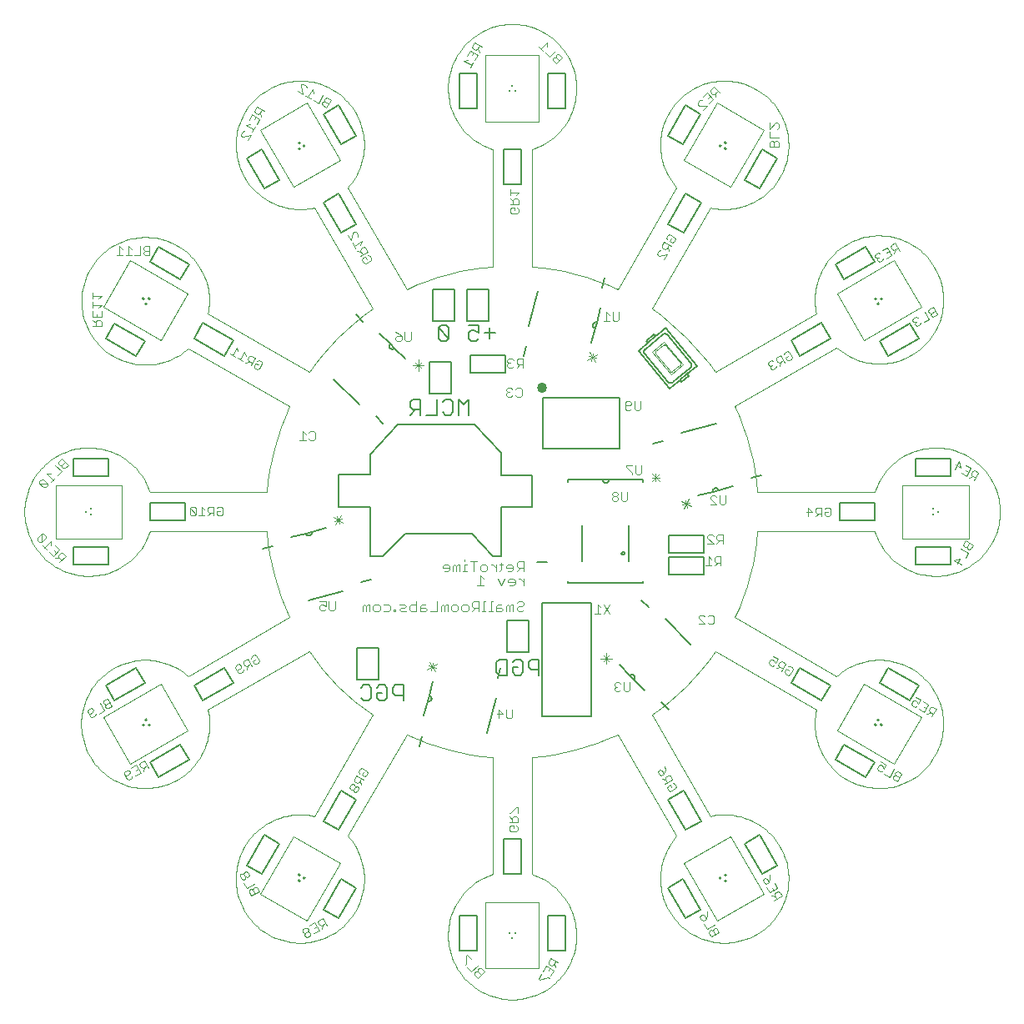
<source format=gbo>
G75*
G70*
%OFA0B0*%
%FSLAX24Y24*%
%IPPOS*%
%LPD*%
%AMOC8*
5,1,8,0,0,1.08239X$1,22.5*
%
%ADD10C,0.0010*%
%ADD11C,0.0080*%
%ADD12C,0.0040*%
%ADD13R,0.0098X0.0098*%
%ADD14R,0.0098X0.0098*%
%ADD15C,0.0060*%
%ADD16C,0.0030*%
%ADD17C,0.0050*%
%ADD18C,0.0406*%
D10*
X007661Y011913D02*
X007686Y011790D01*
X007705Y011666D01*
X007717Y011541D01*
X007724Y011416D01*
X007724Y011291D01*
X007719Y011166D01*
X007707Y011041D01*
X007689Y010917D01*
X007666Y010794D01*
X007636Y010673D01*
X007600Y010553D01*
X007559Y010434D01*
X007511Y010318D01*
X007458Y010205D01*
X007400Y010094D01*
X007336Y009986D01*
X007268Y009881D01*
X007194Y009780D01*
X007115Y009683D01*
X007032Y009589D01*
X006944Y009500D01*
X006852Y009415D01*
X006755Y009335D01*
X006655Y009259D01*
X006552Y009189D01*
X006445Y009124D01*
X006335Y009064D01*
X006222Y009009D01*
X006107Y008960D01*
X005990Y008917D01*
X005870Y008879D01*
X005749Y008847D01*
X005626Y008822D01*
X005503Y008802D01*
X005378Y008788D01*
X005253Y008781D01*
X005128Y008779D01*
X005003Y008784D01*
X004878Y008795D01*
X004754Y008812D01*
X004630Y008834D01*
X004509Y008863D01*
X004388Y008898D01*
X004270Y008939D01*
X004153Y008985D01*
X004039Y009037D01*
X003928Y009095D01*
X003820Y009158D01*
X003715Y009226D01*
X003613Y009299D01*
X003515Y009377D01*
X003421Y009460D01*
X003331Y009547D01*
X003246Y009639D01*
X003165Y009734D01*
X003088Y009834D01*
X003017Y009937D01*
X002951Y010043D01*
X002890Y010152D01*
X002835Y010265D01*
X002785Y010380D01*
X002741Y010497D01*
X002702Y010616D01*
X002670Y010737D01*
X002643Y010860D01*
X002622Y010983D01*
X002608Y011107D01*
X002599Y011232D01*
X002597Y011358D01*
X002601Y011483D01*
X002611Y011608D01*
X002627Y011732D01*
X002649Y011855D01*
X002677Y011977D01*
X002711Y012098D01*
X002750Y012217D01*
X002796Y012333D01*
X002847Y012448D01*
X002904Y012560D01*
X002966Y012668D01*
X003033Y012774D01*
X003106Y012876D01*
X003183Y012975D01*
X003265Y013069D01*
X003352Y013160D01*
X003443Y013246D01*
X003538Y013328D01*
X003637Y013405D01*
X003739Y013477D01*
X003845Y013544D01*
X003954Y013605D01*
X004066Y013661D01*
X004181Y013712D01*
X004297Y013757D01*
X004416Y013796D01*
X004537Y013830D01*
X004659Y013857D01*
X004783Y013879D01*
X004907Y013894D01*
X005032Y013904D01*
X005157Y013907D01*
X005282Y013904D01*
X005407Y013895D01*
X005532Y013880D01*
X005655Y013859D01*
X005777Y013832D01*
X005898Y013799D01*
X006017Y013760D01*
X006134Y013715D01*
X006249Y013665D01*
X006361Y013609D01*
X006470Y013547D01*
X006576Y013481D01*
X006679Y013409D01*
X006778Y013333D01*
X006874Y013251D01*
X006873Y013251D02*
X010929Y015614D01*
X011716Y014236D02*
X007661Y011913D01*
X011913Y007661D02*
X014236Y011716D01*
X015614Y010929D02*
X013251Y006873D01*
X013251Y006874D02*
X013333Y006778D01*
X013409Y006679D01*
X013481Y006576D01*
X013547Y006470D01*
X013609Y006361D01*
X013665Y006249D01*
X013715Y006134D01*
X013760Y006017D01*
X013799Y005898D01*
X013832Y005777D01*
X013859Y005655D01*
X013880Y005532D01*
X013895Y005407D01*
X013904Y005282D01*
X013907Y005157D01*
X013904Y005032D01*
X013894Y004907D01*
X013879Y004783D01*
X013857Y004659D01*
X013830Y004537D01*
X013796Y004416D01*
X013757Y004297D01*
X013712Y004181D01*
X013661Y004066D01*
X013605Y003954D01*
X013544Y003845D01*
X013477Y003739D01*
X013405Y003637D01*
X013328Y003538D01*
X013246Y003443D01*
X013160Y003352D01*
X013069Y003265D01*
X012975Y003183D01*
X012876Y003106D01*
X012774Y003033D01*
X012668Y002966D01*
X012560Y002904D01*
X012448Y002847D01*
X012333Y002796D01*
X012217Y002750D01*
X012098Y002711D01*
X011977Y002677D01*
X011855Y002649D01*
X011732Y002627D01*
X011608Y002611D01*
X011483Y002601D01*
X011358Y002597D01*
X011232Y002599D01*
X011107Y002608D01*
X010983Y002622D01*
X010860Y002643D01*
X010737Y002670D01*
X010616Y002702D01*
X010497Y002741D01*
X010380Y002785D01*
X010265Y002835D01*
X010152Y002890D01*
X010043Y002951D01*
X009937Y003017D01*
X009834Y003088D01*
X009734Y003165D01*
X009639Y003246D01*
X009547Y003331D01*
X009460Y003421D01*
X009377Y003515D01*
X009299Y003613D01*
X009226Y003715D01*
X009158Y003820D01*
X009095Y003928D01*
X009037Y004039D01*
X008985Y004153D01*
X008939Y004270D01*
X008898Y004388D01*
X008863Y004509D01*
X008834Y004630D01*
X008812Y004754D01*
X008795Y004878D01*
X008784Y005003D01*
X008779Y005128D01*
X008781Y005253D01*
X008788Y005378D01*
X008802Y005503D01*
X008822Y005626D01*
X008847Y005749D01*
X008879Y005870D01*
X008917Y005990D01*
X008960Y006107D01*
X009009Y006222D01*
X009064Y006335D01*
X009124Y006445D01*
X009189Y006552D01*
X009259Y006655D01*
X009335Y006755D01*
X009415Y006852D01*
X009500Y006944D01*
X009589Y007032D01*
X009683Y007115D01*
X009780Y007194D01*
X009881Y007268D01*
X009986Y007336D01*
X010094Y007400D01*
X010205Y007458D01*
X010318Y007511D01*
X010434Y007559D01*
X010553Y007600D01*
X010673Y007636D01*
X010794Y007666D01*
X010917Y007689D01*
X011041Y007707D01*
X011166Y007719D01*
X011291Y007724D01*
X011416Y007724D01*
X011541Y007717D01*
X011666Y007705D01*
X011790Y007686D01*
X011913Y007661D01*
X019039Y005338D02*
X019039Y010023D01*
X020614Y010023D02*
X020614Y005338D01*
X020613Y005338D02*
X020732Y005297D01*
X020848Y005250D01*
X020961Y005197D01*
X021072Y005139D01*
X021180Y005076D01*
X021284Y005007D01*
X021386Y004933D01*
X021483Y004855D01*
X021576Y004772D01*
X021666Y004684D01*
X021751Y004592D01*
X021831Y004497D01*
X021907Y004397D01*
X021977Y004294D01*
X022043Y004187D01*
X022103Y004077D01*
X022158Y003965D01*
X022207Y003850D01*
X022251Y003733D01*
X022289Y003613D01*
X022321Y003492D01*
X022347Y003370D01*
X022367Y003247D01*
X022381Y003122D01*
X022389Y002997D01*
X022391Y002872D01*
X022387Y002747D01*
X022376Y002622D01*
X022360Y002498D01*
X022337Y002375D01*
X022309Y002253D01*
X022275Y002133D01*
X022234Y002015D01*
X022189Y001898D01*
X022137Y001784D01*
X022080Y001673D01*
X022018Y001564D01*
X021950Y001459D01*
X021877Y001357D01*
X021800Y001259D01*
X021718Y001165D01*
X021631Y001075D01*
X021540Y000989D01*
X021445Y000907D01*
X021346Y000831D01*
X021243Y000759D01*
X021137Y000693D01*
X021028Y000631D01*
X020916Y000575D01*
X020802Y000525D01*
X020685Y000480D01*
X020566Y000441D01*
X020445Y000408D01*
X020323Y000381D01*
X020200Y000359D01*
X020076Y000344D01*
X019951Y000335D01*
X019826Y000332D01*
X019701Y000335D01*
X019576Y000344D01*
X019452Y000359D01*
X019329Y000381D01*
X019207Y000408D01*
X019086Y000441D01*
X018967Y000480D01*
X018850Y000525D01*
X018736Y000575D01*
X018624Y000631D01*
X018515Y000693D01*
X018409Y000759D01*
X018306Y000831D01*
X018207Y000907D01*
X018112Y000989D01*
X018021Y001075D01*
X017934Y001165D01*
X017852Y001259D01*
X017775Y001357D01*
X017702Y001459D01*
X017634Y001564D01*
X017572Y001673D01*
X017515Y001784D01*
X017463Y001898D01*
X017418Y002015D01*
X017377Y002133D01*
X017343Y002253D01*
X017315Y002375D01*
X017292Y002498D01*
X017276Y002622D01*
X017265Y002747D01*
X017261Y002872D01*
X017263Y002997D01*
X017271Y003122D01*
X017285Y003247D01*
X017305Y003370D01*
X017331Y003492D01*
X017363Y003613D01*
X017401Y003733D01*
X017445Y003850D01*
X017494Y003965D01*
X017549Y004077D01*
X017609Y004187D01*
X017675Y004294D01*
X017745Y004397D01*
X017821Y004497D01*
X017901Y004592D01*
X017986Y004684D01*
X018076Y004772D01*
X018169Y004855D01*
X018266Y004933D01*
X018368Y005007D01*
X018472Y005076D01*
X018580Y005139D01*
X018691Y005197D01*
X018804Y005250D01*
X018920Y005297D01*
X019039Y005338D01*
X024039Y010929D02*
X026401Y006873D01*
X027740Y007661D02*
X025417Y011716D01*
X027936Y014236D02*
X031991Y011913D01*
X032779Y013251D02*
X028724Y015614D01*
X029629Y019039D02*
X034314Y019039D01*
X034314Y020614D02*
X029629Y020614D01*
X028724Y024039D02*
X032779Y026401D01*
X031991Y027740D02*
X027936Y025417D01*
X025417Y027936D02*
X027740Y031991D01*
X026401Y032779D02*
X024039Y028724D01*
X020614Y029629D02*
X020614Y034314D01*
X019039Y034314D02*
X019039Y029629D01*
X015614Y028724D02*
X013251Y032779D01*
X011913Y031991D02*
X014236Y027936D01*
X011716Y025417D02*
X007661Y027740D01*
X006873Y026362D02*
X010929Y024039D01*
X010023Y020614D02*
X005338Y020614D01*
X005338Y019039D02*
X010023Y019039D01*
X005338Y019039D02*
X005297Y018920D01*
X005250Y018804D01*
X005197Y018691D01*
X005139Y018580D01*
X005076Y018472D01*
X005007Y018368D01*
X004933Y018266D01*
X004855Y018169D01*
X004772Y018076D01*
X004684Y017986D01*
X004592Y017901D01*
X004497Y017821D01*
X004397Y017745D01*
X004294Y017675D01*
X004187Y017609D01*
X004077Y017549D01*
X003965Y017494D01*
X003850Y017445D01*
X003733Y017401D01*
X003613Y017363D01*
X003492Y017331D01*
X003370Y017305D01*
X003247Y017285D01*
X003122Y017271D01*
X002997Y017263D01*
X002872Y017261D01*
X002747Y017265D01*
X002622Y017276D01*
X002498Y017292D01*
X002375Y017315D01*
X002253Y017343D01*
X002133Y017377D01*
X002015Y017418D01*
X001898Y017463D01*
X001784Y017515D01*
X001673Y017572D01*
X001564Y017634D01*
X001459Y017702D01*
X001357Y017775D01*
X001259Y017852D01*
X001165Y017934D01*
X001075Y018021D01*
X000989Y018112D01*
X000907Y018207D01*
X000831Y018306D01*
X000759Y018409D01*
X000693Y018515D01*
X000631Y018624D01*
X000575Y018736D01*
X000525Y018850D01*
X000480Y018967D01*
X000441Y019086D01*
X000408Y019207D01*
X000381Y019329D01*
X000359Y019452D01*
X000344Y019576D01*
X000335Y019701D01*
X000332Y019826D01*
X000335Y019951D01*
X000344Y020076D01*
X000359Y020200D01*
X000381Y020323D01*
X000408Y020445D01*
X000441Y020566D01*
X000480Y020685D01*
X000525Y020802D01*
X000575Y020916D01*
X000631Y021028D01*
X000693Y021137D01*
X000759Y021243D01*
X000831Y021346D01*
X000907Y021445D01*
X000989Y021540D01*
X001075Y021631D01*
X001165Y021718D01*
X001259Y021800D01*
X001357Y021877D01*
X001459Y021950D01*
X001564Y022018D01*
X001673Y022080D01*
X001784Y022137D01*
X001898Y022189D01*
X002015Y022234D01*
X002133Y022275D01*
X002253Y022309D01*
X002375Y022337D01*
X002498Y022360D01*
X002622Y022376D01*
X002747Y022387D01*
X002872Y022391D01*
X002997Y022389D01*
X003122Y022381D01*
X003247Y022367D01*
X003370Y022347D01*
X003492Y022321D01*
X003613Y022289D01*
X003733Y022251D01*
X003850Y022207D01*
X003965Y022158D01*
X004077Y022103D01*
X004187Y022043D01*
X004294Y021977D01*
X004397Y021907D01*
X004497Y021831D01*
X004592Y021751D01*
X004684Y021666D01*
X004772Y021576D01*
X004855Y021483D01*
X004933Y021386D01*
X005007Y021284D01*
X005076Y021180D01*
X005139Y021072D01*
X005197Y020961D01*
X005250Y020848D01*
X005297Y020732D01*
X005338Y020613D01*
X006873Y026362D02*
X006779Y026281D01*
X006681Y026204D01*
X006580Y026133D01*
X006475Y026066D01*
X006366Y026005D01*
X006255Y025949D01*
X006142Y025898D01*
X006026Y025853D01*
X005908Y025814D01*
X005788Y025780D01*
X005667Y025753D01*
X005545Y025731D01*
X005421Y025715D01*
X005298Y025706D01*
X005173Y025702D01*
X005049Y025704D01*
X004925Y025713D01*
X004801Y025727D01*
X004679Y025748D01*
X004557Y025774D01*
X004437Y025807D01*
X004319Y025845D01*
X004203Y025889D01*
X004089Y025938D01*
X003977Y025993D01*
X003869Y026053D01*
X003763Y026119D01*
X003661Y026190D01*
X003562Y026265D01*
X003467Y026345D01*
X003376Y026430D01*
X003289Y026519D01*
X003207Y026612D01*
X003129Y026710D01*
X003057Y026810D01*
X002989Y026914D01*
X002926Y027022D01*
X002869Y027132D01*
X002817Y027245D01*
X002771Y027360D01*
X002730Y027478D01*
X002695Y027597D01*
X002666Y027718D01*
X002643Y027840D01*
X002626Y027963D01*
X002614Y028087D01*
X002609Y028211D01*
X002610Y028336D01*
X002617Y028460D01*
X002630Y028583D01*
X002649Y028706D01*
X002674Y028828D01*
X002705Y028948D01*
X002742Y029067D01*
X002784Y029184D01*
X002833Y029299D01*
X002886Y029411D01*
X002945Y029520D01*
X003010Y029627D01*
X003079Y029730D01*
X003153Y029829D01*
X003232Y029925D01*
X003316Y030017D01*
X003404Y030105D01*
X003496Y030188D01*
X003592Y030267D01*
X003692Y030341D01*
X003796Y030410D01*
X003902Y030474D01*
X004012Y030533D01*
X004124Y030586D01*
X004239Y030634D01*
X004356Y030676D01*
X004475Y030712D01*
X004595Y030743D01*
X004717Y030767D01*
X004840Y030786D01*
X004964Y030798D01*
X005088Y030805D01*
X005212Y030805D01*
X005336Y030800D01*
X005460Y030788D01*
X005583Y030771D01*
X005705Y030747D01*
X005826Y030718D01*
X005945Y030683D01*
X006063Y030641D01*
X006178Y030595D01*
X006291Y030542D01*
X006401Y030485D01*
X006508Y030422D01*
X006612Y030354D01*
X006712Y030280D01*
X006809Y030202D01*
X006902Y030120D01*
X006991Y030033D01*
X007075Y029942D01*
X007155Y029846D01*
X007230Y029747D01*
X007301Y029645D01*
X007366Y029539D01*
X007426Y029430D01*
X007480Y029319D01*
X007529Y029204D01*
X007573Y029088D01*
X007611Y028969D01*
X007643Y028849D01*
X007669Y028728D01*
X007689Y028605D01*
X007703Y028482D01*
X007711Y028357D01*
X007713Y028233D01*
X007709Y028109D01*
X007699Y027985D01*
X007683Y027862D01*
X007661Y027739D01*
X011913Y031991D02*
X011790Y031966D01*
X011666Y031947D01*
X011541Y031935D01*
X011416Y031928D01*
X011291Y031928D01*
X011166Y031933D01*
X011041Y031945D01*
X010917Y031963D01*
X010794Y031986D01*
X010673Y032016D01*
X010553Y032052D01*
X010434Y032093D01*
X010318Y032141D01*
X010205Y032194D01*
X010094Y032252D01*
X009986Y032316D01*
X009881Y032384D01*
X009780Y032458D01*
X009683Y032537D01*
X009589Y032620D01*
X009500Y032708D01*
X009415Y032800D01*
X009335Y032897D01*
X009259Y032997D01*
X009189Y033100D01*
X009124Y033207D01*
X009064Y033317D01*
X009009Y033430D01*
X008960Y033545D01*
X008917Y033662D01*
X008879Y033782D01*
X008847Y033903D01*
X008822Y034026D01*
X008802Y034149D01*
X008788Y034274D01*
X008781Y034399D01*
X008779Y034524D01*
X008784Y034649D01*
X008795Y034774D01*
X008812Y034898D01*
X008834Y035022D01*
X008863Y035143D01*
X008898Y035264D01*
X008939Y035382D01*
X008985Y035499D01*
X009037Y035613D01*
X009095Y035724D01*
X009158Y035832D01*
X009226Y035937D01*
X009299Y036039D01*
X009377Y036137D01*
X009460Y036231D01*
X009547Y036321D01*
X009639Y036406D01*
X009734Y036487D01*
X009834Y036564D01*
X009937Y036635D01*
X010043Y036701D01*
X010152Y036762D01*
X010265Y036817D01*
X010380Y036867D01*
X010497Y036911D01*
X010616Y036950D01*
X010737Y036982D01*
X010860Y037009D01*
X010983Y037030D01*
X011107Y037044D01*
X011232Y037053D01*
X011358Y037055D01*
X011483Y037051D01*
X011608Y037041D01*
X011732Y037025D01*
X011855Y037003D01*
X011977Y036975D01*
X012098Y036941D01*
X012217Y036902D01*
X012333Y036856D01*
X012448Y036805D01*
X012560Y036748D01*
X012668Y036686D01*
X012774Y036619D01*
X012876Y036546D01*
X012975Y036469D01*
X013069Y036387D01*
X013160Y036300D01*
X013246Y036209D01*
X013328Y036114D01*
X013405Y036015D01*
X013477Y035913D01*
X013544Y035807D01*
X013605Y035698D01*
X013661Y035586D01*
X013712Y035471D01*
X013757Y035355D01*
X013796Y035236D01*
X013830Y035115D01*
X013857Y034993D01*
X013879Y034869D01*
X013894Y034745D01*
X013904Y034620D01*
X013907Y034495D01*
X013904Y034370D01*
X013895Y034245D01*
X013880Y034120D01*
X013859Y033997D01*
X013832Y033875D01*
X013799Y033754D01*
X013760Y033635D01*
X013715Y033518D01*
X013665Y033403D01*
X013609Y033291D01*
X013547Y033182D01*
X013481Y033076D01*
X013409Y032973D01*
X013333Y032874D01*
X013251Y032778D01*
X019039Y034314D02*
X018920Y034355D01*
X018804Y034402D01*
X018691Y034455D01*
X018580Y034513D01*
X018472Y034576D01*
X018368Y034645D01*
X018266Y034719D01*
X018169Y034797D01*
X018076Y034880D01*
X017986Y034968D01*
X017901Y035060D01*
X017821Y035155D01*
X017745Y035255D01*
X017675Y035358D01*
X017609Y035465D01*
X017549Y035575D01*
X017494Y035687D01*
X017445Y035802D01*
X017401Y035919D01*
X017363Y036039D01*
X017331Y036160D01*
X017305Y036282D01*
X017285Y036405D01*
X017271Y036530D01*
X017263Y036655D01*
X017261Y036780D01*
X017265Y036905D01*
X017276Y037030D01*
X017292Y037154D01*
X017315Y037277D01*
X017343Y037399D01*
X017377Y037519D01*
X017418Y037637D01*
X017463Y037754D01*
X017515Y037868D01*
X017572Y037979D01*
X017634Y038088D01*
X017702Y038193D01*
X017775Y038295D01*
X017852Y038393D01*
X017934Y038487D01*
X018021Y038577D01*
X018112Y038663D01*
X018207Y038745D01*
X018306Y038821D01*
X018409Y038893D01*
X018515Y038959D01*
X018624Y039021D01*
X018736Y039077D01*
X018850Y039127D01*
X018967Y039172D01*
X019086Y039211D01*
X019207Y039244D01*
X019329Y039271D01*
X019452Y039293D01*
X019576Y039308D01*
X019701Y039317D01*
X019826Y039320D01*
X019951Y039317D01*
X020076Y039308D01*
X020200Y039293D01*
X020323Y039271D01*
X020445Y039244D01*
X020566Y039211D01*
X020685Y039172D01*
X020802Y039127D01*
X020916Y039077D01*
X021028Y039021D01*
X021137Y038959D01*
X021243Y038893D01*
X021346Y038821D01*
X021445Y038745D01*
X021540Y038663D01*
X021631Y038577D01*
X021718Y038487D01*
X021800Y038393D01*
X021877Y038295D01*
X021950Y038193D01*
X022018Y038088D01*
X022080Y037979D01*
X022137Y037868D01*
X022189Y037754D01*
X022234Y037637D01*
X022275Y037519D01*
X022309Y037399D01*
X022337Y037277D01*
X022360Y037154D01*
X022376Y037030D01*
X022387Y036905D01*
X022391Y036780D01*
X022389Y036655D01*
X022381Y036530D01*
X022367Y036405D01*
X022347Y036282D01*
X022321Y036160D01*
X022289Y036039D01*
X022251Y035919D01*
X022207Y035802D01*
X022158Y035687D01*
X022103Y035575D01*
X022043Y035465D01*
X021977Y035358D01*
X021907Y035255D01*
X021831Y035155D01*
X021751Y035060D01*
X021666Y034968D01*
X021576Y034880D01*
X021483Y034797D01*
X021386Y034719D01*
X021284Y034645D01*
X021180Y034576D01*
X021072Y034513D01*
X020961Y034455D01*
X020848Y034402D01*
X020732Y034355D01*
X020613Y034314D01*
X026401Y032778D02*
X026319Y032874D01*
X026243Y032973D01*
X026171Y033076D01*
X026105Y033182D01*
X026043Y033291D01*
X025987Y033403D01*
X025937Y033518D01*
X025892Y033635D01*
X025853Y033754D01*
X025820Y033875D01*
X025793Y033997D01*
X025772Y034120D01*
X025757Y034245D01*
X025748Y034370D01*
X025745Y034495D01*
X025748Y034620D01*
X025758Y034745D01*
X025773Y034869D01*
X025795Y034993D01*
X025822Y035115D01*
X025856Y035236D01*
X025895Y035355D01*
X025940Y035471D01*
X025991Y035586D01*
X026047Y035698D01*
X026108Y035807D01*
X026175Y035913D01*
X026247Y036015D01*
X026324Y036114D01*
X026406Y036209D01*
X026492Y036300D01*
X026583Y036387D01*
X026677Y036469D01*
X026776Y036546D01*
X026878Y036619D01*
X026984Y036686D01*
X027092Y036748D01*
X027204Y036805D01*
X027319Y036856D01*
X027435Y036902D01*
X027554Y036941D01*
X027675Y036975D01*
X027797Y037003D01*
X027920Y037025D01*
X028044Y037041D01*
X028169Y037051D01*
X028294Y037055D01*
X028420Y037053D01*
X028545Y037044D01*
X028669Y037030D01*
X028792Y037009D01*
X028915Y036982D01*
X029036Y036950D01*
X029155Y036911D01*
X029272Y036867D01*
X029387Y036817D01*
X029500Y036762D01*
X029609Y036701D01*
X029715Y036635D01*
X029818Y036564D01*
X029918Y036487D01*
X030013Y036406D01*
X030105Y036321D01*
X030192Y036231D01*
X030275Y036137D01*
X030353Y036039D01*
X030426Y035937D01*
X030494Y035832D01*
X030557Y035724D01*
X030615Y035613D01*
X030667Y035499D01*
X030713Y035382D01*
X030754Y035264D01*
X030789Y035143D01*
X030818Y035022D01*
X030840Y034898D01*
X030857Y034774D01*
X030868Y034649D01*
X030873Y034524D01*
X030871Y034399D01*
X030864Y034274D01*
X030850Y034149D01*
X030830Y034026D01*
X030805Y033903D01*
X030773Y033782D01*
X030735Y033662D01*
X030692Y033545D01*
X030643Y033430D01*
X030588Y033317D01*
X030528Y033207D01*
X030463Y033100D01*
X030393Y032997D01*
X030317Y032897D01*
X030237Y032800D01*
X030152Y032708D01*
X030063Y032620D01*
X029969Y032537D01*
X029872Y032458D01*
X029771Y032384D01*
X029666Y032316D01*
X029558Y032252D01*
X029447Y032194D01*
X029334Y032141D01*
X029218Y032093D01*
X029099Y032052D01*
X028979Y032016D01*
X028858Y031986D01*
X028735Y031963D01*
X028611Y031945D01*
X028486Y031933D01*
X028361Y031928D01*
X028236Y031928D01*
X028111Y031935D01*
X027986Y031947D01*
X027862Y031966D01*
X027739Y031991D01*
X031991Y027739D02*
X031966Y027862D01*
X031947Y027986D01*
X031935Y028111D01*
X031928Y028236D01*
X031928Y028361D01*
X031933Y028486D01*
X031945Y028611D01*
X031963Y028735D01*
X031986Y028858D01*
X032016Y028979D01*
X032052Y029099D01*
X032093Y029218D01*
X032141Y029334D01*
X032194Y029447D01*
X032252Y029558D01*
X032316Y029666D01*
X032384Y029771D01*
X032458Y029872D01*
X032537Y029969D01*
X032620Y030063D01*
X032708Y030152D01*
X032800Y030237D01*
X032897Y030317D01*
X032997Y030393D01*
X033100Y030463D01*
X033207Y030528D01*
X033317Y030588D01*
X033430Y030643D01*
X033545Y030692D01*
X033662Y030735D01*
X033782Y030773D01*
X033903Y030805D01*
X034026Y030830D01*
X034149Y030850D01*
X034274Y030864D01*
X034399Y030871D01*
X034524Y030873D01*
X034649Y030868D01*
X034774Y030857D01*
X034898Y030840D01*
X035022Y030818D01*
X035143Y030789D01*
X035264Y030754D01*
X035382Y030713D01*
X035499Y030667D01*
X035613Y030615D01*
X035724Y030557D01*
X035832Y030494D01*
X035937Y030426D01*
X036039Y030353D01*
X036137Y030275D01*
X036231Y030192D01*
X036321Y030105D01*
X036406Y030013D01*
X036487Y029918D01*
X036564Y029818D01*
X036635Y029715D01*
X036701Y029609D01*
X036762Y029500D01*
X036817Y029387D01*
X036867Y029272D01*
X036911Y029155D01*
X036950Y029036D01*
X036982Y028915D01*
X037009Y028792D01*
X037030Y028669D01*
X037044Y028545D01*
X037053Y028420D01*
X037055Y028294D01*
X037051Y028169D01*
X037041Y028044D01*
X037025Y027920D01*
X037003Y027797D01*
X036975Y027675D01*
X036941Y027554D01*
X036902Y027435D01*
X036856Y027319D01*
X036805Y027204D01*
X036748Y027092D01*
X036686Y026984D01*
X036619Y026878D01*
X036546Y026776D01*
X036469Y026677D01*
X036387Y026583D01*
X036300Y026492D01*
X036209Y026406D01*
X036114Y026324D01*
X036015Y026247D01*
X035913Y026175D01*
X035807Y026108D01*
X035698Y026047D01*
X035586Y025991D01*
X035471Y025940D01*
X035355Y025895D01*
X035236Y025856D01*
X035115Y025822D01*
X034993Y025795D01*
X034869Y025773D01*
X034745Y025758D01*
X034620Y025748D01*
X034495Y025745D01*
X034370Y025748D01*
X034245Y025757D01*
X034120Y025772D01*
X033997Y025793D01*
X033875Y025820D01*
X033754Y025853D01*
X033635Y025892D01*
X033518Y025937D01*
X033403Y025987D01*
X033291Y026043D01*
X033182Y026105D01*
X033076Y026171D01*
X032973Y026243D01*
X032874Y026319D01*
X032778Y026401D01*
X034314Y020613D02*
X034355Y020732D01*
X034402Y020848D01*
X034455Y020961D01*
X034513Y021072D01*
X034576Y021180D01*
X034645Y021284D01*
X034719Y021386D01*
X034797Y021483D01*
X034880Y021576D01*
X034968Y021666D01*
X035060Y021751D01*
X035155Y021831D01*
X035255Y021907D01*
X035358Y021977D01*
X035465Y022043D01*
X035575Y022103D01*
X035687Y022158D01*
X035802Y022207D01*
X035919Y022251D01*
X036039Y022289D01*
X036160Y022321D01*
X036282Y022347D01*
X036405Y022367D01*
X036530Y022381D01*
X036655Y022389D01*
X036780Y022391D01*
X036905Y022387D01*
X037030Y022376D01*
X037154Y022360D01*
X037277Y022337D01*
X037399Y022309D01*
X037519Y022275D01*
X037637Y022234D01*
X037754Y022189D01*
X037868Y022137D01*
X037979Y022080D01*
X038088Y022018D01*
X038193Y021950D01*
X038295Y021877D01*
X038393Y021800D01*
X038487Y021718D01*
X038577Y021631D01*
X038663Y021540D01*
X038745Y021445D01*
X038821Y021346D01*
X038893Y021243D01*
X038959Y021137D01*
X039021Y021028D01*
X039077Y020916D01*
X039127Y020802D01*
X039172Y020685D01*
X039211Y020566D01*
X039244Y020445D01*
X039271Y020323D01*
X039293Y020200D01*
X039308Y020076D01*
X039317Y019951D01*
X039320Y019826D01*
X039317Y019701D01*
X039308Y019576D01*
X039293Y019452D01*
X039271Y019329D01*
X039244Y019207D01*
X039211Y019086D01*
X039172Y018967D01*
X039127Y018850D01*
X039077Y018736D01*
X039021Y018624D01*
X038959Y018515D01*
X038893Y018409D01*
X038821Y018306D01*
X038745Y018207D01*
X038663Y018112D01*
X038577Y018021D01*
X038487Y017934D01*
X038393Y017852D01*
X038295Y017775D01*
X038193Y017702D01*
X038088Y017634D01*
X037979Y017572D01*
X037868Y017515D01*
X037754Y017463D01*
X037637Y017418D01*
X037519Y017377D01*
X037399Y017343D01*
X037277Y017315D01*
X037154Y017292D01*
X037030Y017276D01*
X036905Y017265D01*
X036780Y017261D01*
X036655Y017263D01*
X036530Y017271D01*
X036405Y017285D01*
X036282Y017305D01*
X036160Y017331D01*
X036039Y017363D01*
X035919Y017401D01*
X035802Y017445D01*
X035687Y017494D01*
X035575Y017549D01*
X035465Y017609D01*
X035358Y017675D01*
X035255Y017745D01*
X035155Y017821D01*
X035060Y017901D01*
X034968Y017986D01*
X034880Y018076D01*
X034797Y018169D01*
X034719Y018266D01*
X034645Y018368D01*
X034576Y018472D01*
X034513Y018580D01*
X034455Y018691D01*
X034402Y018804D01*
X034355Y018920D01*
X034314Y019039D01*
X032778Y013251D02*
X032874Y013333D01*
X032973Y013409D01*
X033076Y013481D01*
X033182Y013547D01*
X033291Y013609D01*
X033403Y013665D01*
X033518Y013715D01*
X033635Y013760D01*
X033754Y013799D01*
X033875Y013832D01*
X033997Y013859D01*
X034120Y013880D01*
X034245Y013895D01*
X034370Y013904D01*
X034495Y013907D01*
X034620Y013904D01*
X034745Y013894D01*
X034869Y013879D01*
X034993Y013857D01*
X035115Y013830D01*
X035236Y013796D01*
X035355Y013757D01*
X035471Y013712D01*
X035586Y013661D01*
X035698Y013605D01*
X035807Y013544D01*
X035913Y013477D01*
X036015Y013405D01*
X036114Y013328D01*
X036209Y013246D01*
X036300Y013160D01*
X036387Y013069D01*
X036469Y012975D01*
X036546Y012876D01*
X036619Y012774D01*
X036686Y012668D01*
X036748Y012560D01*
X036805Y012448D01*
X036856Y012333D01*
X036902Y012217D01*
X036941Y012098D01*
X036975Y011977D01*
X037003Y011855D01*
X037025Y011732D01*
X037041Y011608D01*
X037051Y011483D01*
X037055Y011358D01*
X037053Y011232D01*
X037044Y011107D01*
X037030Y010983D01*
X037009Y010860D01*
X036982Y010737D01*
X036950Y010616D01*
X036911Y010497D01*
X036867Y010380D01*
X036817Y010265D01*
X036762Y010152D01*
X036701Y010043D01*
X036635Y009937D01*
X036564Y009834D01*
X036487Y009734D01*
X036406Y009639D01*
X036321Y009547D01*
X036231Y009460D01*
X036137Y009377D01*
X036039Y009299D01*
X035937Y009226D01*
X035832Y009158D01*
X035724Y009095D01*
X035613Y009037D01*
X035499Y008985D01*
X035382Y008939D01*
X035264Y008898D01*
X035143Y008863D01*
X035022Y008834D01*
X034898Y008812D01*
X034774Y008795D01*
X034649Y008784D01*
X034524Y008779D01*
X034399Y008781D01*
X034274Y008788D01*
X034149Y008802D01*
X034026Y008822D01*
X033903Y008847D01*
X033782Y008879D01*
X033662Y008917D01*
X033545Y008960D01*
X033430Y009009D01*
X033317Y009064D01*
X033207Y009124D01*
X033100Y009189D01*
X032997Y009259D01*
X032897Y009335D01*
X032800Y009415D01*
X032708Y009500D01*
X032620Y009589D01*
X032537Y009683D01*
X032458Y009780D01*
X032384Y009881D01*
X032316Y009986D01*
X032252Y010094D01*
X032194Y010205D01*
X032141Y010318D01*
X032093Y010434D01*
X032052Y010553D01*
X032016Y010673D01*
X031986Y010794D01*
X031963Y010917D01*
X031945Y011041D01*
X031933Y011166D01*
X031928Y011291D01*
X031928Y011416D01*
X031935Y011541D01*
X031947Y011666D01*
X031966Y011790D01*
X031991Y011913D01*
X027739Y007661D02*
X027862Y007686D01*
X027986Y007705D01*
X028111Y007717D01*
X028236Y007724D01*
X028361Y007724D01*
X028486Y007719D01*
X028611Y007707D01*
X028735Y007689D01*
X028858Y007666D01*
X028979Y007636D01*
X029099Y007600D01*
X029218Y007559D01*
X029334Y007511D01*
X029447Y007458D01*
X029558Y007400D01*
X029666Y007336D01*
X029771Y007268D01*
X029872Y007194D01*
X029969Y007115D01*
X030063Y007032D01*
X030152Y006944D01*
X030237Y006852D01*
X030317Y006755D01*
X030393Y006655D01*
X030463Y006552D01*
X030528Y006445D01*
X030588Y006335D01*
X030643Y006222D01*
X030692Y006107D01*
X030735Y005990D01*
X030773Y005870D01*
X030805Y005749D01*
X030830Y005626D01*
X030850Y005503D01*
X030864Y005378D01*
X030871Y005253D01*
X030873Y005128D01*
X030868Y005003D01*
X030857Y004878D01*
X030840Y004754D01*
X030818Y004630D01*
X030789Y004509D01*
X030754Y004388D01*
X030713Y004270D01*
X030667Y004153D01*
X030615Y004039D01*
X030557Y003928D01*
X030494Y003820D01*
X030426Y003715D01*
X030353Y003613D01*
X030275Y003515D01*
X030192Y003421D01*
X030105Y003331D01*
X030013Y003246D01*
X029918Y003165D01*
X029818Y003088D01*
X029715Y003017D01*
X029609Y002951D01*
X029500Y002890D01*
X029387Y002835D01*
X029272Y002785D01*
X029155Y002741D01*
X029036Y002702D01*
X028915Y002670D01*
X028792Y002643D01*
X028669Y002622D01*
X028545Y002608D01*
X028420Y002599D01*
X028294Y002597D01*
X028169Y002601D01*
X028044Y002611D01*
X027920Y002627D01*
X027797Y002649D01*
X027675Y002677D01*
X027554Y002711D01*
X027435Y002750D01*
X027319Y002796D01*
X027204Y002847D01*
X027092Y002904D01*
X026984Y002966D01*
X026878Y003033D01*
X026776Y003106D01*
X026677Y003183D01*
X026583Y003265D01*
X026492Y003352D01*
X026406Y003443D01*
X026324Y003538D01*
X026247Y003637D01*
X026175Y003739D01*
X026108Y003845D01*
X026047Y003954D01*
X025991Y004066D01*
X025940Y004181D01*
X025895Y004297D01*
X025856Y004416D01*
X025822Y004537D01*
X025795Y004659D01*
X025773Y004783D01*
X025758Y004907D01*
X025748Y005032D01*
X025745Y005157D01*
X025748Y005282D01*
X025757Y005407D01*
X025772Y005532D01*
X025793Y005655D01*
X025820Y005777D01*
X025853Y005898D01*
X025892Y006017D01*
X025937Y006134D01*
X025987Y006249D01*
X026043Y006361D01*
X026105Y006470D01*
X026171Y006576D01*
X026243Y006679D01*
X026319Y006778D01*
X026401Y006874D01*
X028724Y015613D02*
X028904Y016020D01*
X029066Y016435D01*
X029209Y016857D01*
X029332Y017285D01*
X029436Y017718D01*
X029521Y018155D01*
X029585Y018596D01*
X029630Y019039D01*
X024039Y028724D02*
X023632Y028904D01*
X023217Y029066D01*
X022795Y029209D01*
X022367Y029332D01*
X021934Y029436D01*
X021497Y029521D01*
X021056Y029585D01*
X020613Y029630D01*
X028724Y024039D02*
X028904Y023632D01*
X029066Y023217D01*
X029209Y022795D01*
X029332Y022367D01*
X029436Y021934D01*
X029521Y021497D01*
X029585Y021056D01*
X029630Y020613D01*
X024039Y010928D02*
X023632Y010748D01*
X023217Y010586D01*
X022795Y010443D01*
X022367Y010320D01*
X021934Y010216D01*
X021497Y010131D01*
X021056Y010067D01*
X020613Y010022D01*
X010928Y015613D02*
X010748Y016020D01*
X010586Y016435D01*
X010443Y016857D01*
X010320Y017285D01*
X010216Y017718D01*
X010131Y018155D01*
X010067Y018596D01*
X010022Y019039D01*
X015613Y028724D02*
X016020Y028904D01*
X016435Y029066D01*
X016857Y029209D01*
X017285Y029332D01*
X017718Y029436D01*
X018155Y029521D01*
X018596Y029585D01*
X019039Y029630D01*
X010928Y024039D02*
X010748Y023632D01*
X010586Y023217D01*
X010443Y022795D01*
X010320Y022367D01*
X010216Y021934D01*
X010131Y021497D01*
X010067Y021056D01*
X010022Y020613D01*
X015613Y010928D02*
X016020Y010748D01*
X016435Y010586D01*
X016857Y010443D01*
X017285Y010320D01*
X017718Y010216D01*
X018155Y010131D01*
X018596Y010067D01*
X019039Y010022D01*
X025416Y011716D02*
X025779Y011979D01*
X026130Y012257D01*
X026467Y012552D01*
X026791Y012861D01*
X027100Y013185D01*
X027395Y013522D01*
X027673Y013873D01*
X027936Y014236D01*
X027936Y025416D02*
X027673Y025779D01*
X027395Y026130D01*
X027100Y026467D01*
X026791Y026791D01*
X026467Y027100D01*
X026130Y027395D01*
X025779Y027673D01*
X025416Y027936D01*
X011716Y014236D02*
X011979Y013873D01*
X012257Y013522D01*
X012552Y013185D01*
X012861Y012861D01*
X013185Y012552D01*
X013522Y012257D01*
X013873Y011979D01*
X014236Y011716D01*
X011716Y025416D02*
X011979Y025779D01*
X012257Y026130D01*
X012552Y026467D01*
X012861Y026791D01*
X013185Y027100D01*
X013522Y027395D01*
X013873Y027673D01*
X014236Y027936D01*
D11*
X016887Y027178D02*
X016887Y026764D01*
X016991Y026661D01*
X017198Y026661D01*
X017301Y026764D01*
X016887Y027178D01*
X016991Y027282D01*
X017198Y027282D01*
X017301Y027178D01*
X017301Y026764D01*
X018083Y026764D02*
X018186Y026661D01*
X018393Y026661D01*
X018497Y026764D01*
X018497Y026971D02*
X018290Y027075D01*
X018186Y027075D01*
X018083Y026971D01*
X018083Y026764D01*
X018497Y026971D02*
X018497Y027282D01*
X018083Y027282D01*
X018727Y026971D02*
X019141Y026971D01*
X018934Y027178D02*
X018934Y026764D01*
X018101Y024322D02*
X017894Y024115D01*
X017687Y024322D01*
X017687Y023701D01*
X017457Y023804D02*
X017353Y023701D01*
X017146Y023701D01*
X017043Y023804D01*
X016812Y023701D02*
X016398Y023701D01*
X016168Y023701D02*
X016168Y024322D01*
X015857Y024322D01*
X015754Y024218D01*
X015754Y024011D01*
X015857Y023908D01*
X016168Y023908D01*
X015961Y023908D02*
X015754Y023701D01*
X016812Y023701D02*
X016812Y024322D01*
X017043Y024218D02*
X017146Y024322D01*
X017353Y024322D01*
X017457Y024218D01*
X017457Y023804D01*
X018101Y023701D02*
X018101Y024322D01*
X024194Y018173D02*
X024196Y018188D01*
X024202Y018201D01*
X024211Y018213D01*
X024222Y018222D01*
X024236Y018228D01*
X024251Y018230D01*
X024266Y018228D01*
X024279Y018222D01*
X024291Y018213D01*
X024300Y018202D01*
X024306Y018188D01*
X024308Y018173D01*
X024306Y018158D01*
X024300Y018145D01*
X024291Y018133D01*
X024280Y018124D01*
X024266Y018118D01*
X024251Y018116D01*
X024236Y018118D01*
X024223Y018124D01*
X024211Y018133D01*
X024202Y018144D01*
X024196Y018158D01*
X024194Y018173D01*
X020901Y013922D02*
X020591Y013922D01*
X020487Y013818D01*
X020487Y013611D01*
X020591Y013508D01*
X020901Y013508D01*
X020901Y013301D02*
X020901Y013922D01*
X020257Y013818D02*
X020257Y013404D01*
X020153Y013301D01*
X019946Y013301D01*
X019843Y013404D01*
X019843Y013611D01*
X020050Y013611D01*
X020257Y013818D02*
X020153Y013922D01*
X019946Y013922D01*
X019843Y013818D01*
X019612Y013922D02*
X019612Y013301D01*
X019302Y013301D01*
X019198Y013404D01*
X019198Y013818D01*
X019302Y013922D01*
X019612Y013922D01*
X015475Y012902D02*
X015475Y012281D01*
X015475Y012488D02*
X015164Y012488D01*
X015061Y012591D01*
X015061Y012798D01*
X015164Y012902D01*
X015475Y012902D01*
X014830Y012798D02*
X014830Y012384D01*
X014727Y012281D01*
X014520Y012281D01*
X014417Y012384D01*
X014417Y012591D01*
X014623Y012591D01*
X014417Y012798D02*
X014520Y012902D01*
X014727Y012902D01*
X014830Y012798D01*
X014186Y012798D02*
X014186Y012384D01*
X014082Y012281D01*
X013875Y012281D01*
X013772Y012384D01*
X013772Y012798D02*
X013875Y012902D01*
X014082Y012902D01*
X014186Y012798D01*
D12*
X009085Y005131D02*
X009004Y005153D01*
X008945Y005255D01*
X008967Y005336D01*
X009018Y005365D01*
X009098Y005344D01*
X009157Y005241D01*
X009238Y005220D01*
X009289Y005249D01*
X009311Y005330D01*
X009252Y005432D01*
X009171Y005454D01*
X009120Y005424D01*
X009098Y005344D01*
X009157Y005241D02*
X009136Y005161D01*
X009085Y005131D01*
X009097Y004992D02*
X009215Y004788D01*
X009521Y004965D01*
X009534Y004826D02*
X009482Y004796D01*
X009461Y004716D01*
X009549Y004563D01*
X009461Y004716D02*
X009380Y004738D01*
X009329Y004708D01*
X009308Y004627D01*
X009396Y004474D01*
X009703Y004651D01*
X009614Y004804D01*
X009534Y004826D01*
X009768Y004555D02*
X011630Y003480D01*
X012955Y005775D01*
X011093Y006850D01*
X009768Y004555D01*
X011458Y003137D02*
X011436Y003056D01*
X011466Y003005D01*
X011546Y002984D01*
X011648Y003043D01*
X011670Y003123D01*
X011640Y003174D01*
X011560Y003196D01*
X011458Y003137D01*
X011546Y002984D02*
X011525Y002903D01*
X011554Y002852D01*
X011635Y002831D01*
X011737Y002890D01*
X011758Y002970D01*
X011729Y003021D01*
X011648Y003043D01*
X011720Y003289D02*
X011925Y003407D01*
X012102Y003100D01*
X011897Y002982D01*
X011911Y003195D02*
X012013Y003254D01*
X012123Y003317D02*
X012203Y003295D01*
X012357Y003384D01*
X012416Y003282D02*
X012239Y003588D01*
X012085Y003500D01*
X012064Y003419D01*
X012123Y003317D01*
X012255Y003325D02*
X012211Y003164D01*
X013551Y008622D02*
X013631Y008643D01*
X013690Y008746D01*
X013669Y008826D01*
X013618Y008856D01*
X013537Y008834D01*
X013478Y008732D01*
X013500Y008651D01*
X013551Y008622D01*
X013478Y008732D02*
X013397Y008710D01*
X013346Y008740D01*
X013325Y008820D01*
X013384Y008923D01*
X013464Y008944D01*
X013515Y008915D01*
X013537Y008834D01*
X013630Y008995D02*
X013710Y009016D01*
X013799Y009170D01*
X013901Y009111D02*
X013594Y009288D01*
X013506Y009134D01*
X013527Y009054D01*
X013630Y008995D01*
X013740Y009067D02*
X013783Y008906D01*
X013913Y009250D02*
X013811Y009309D01*
X013870Y009411D01*
X013827Y009572D02*
X014031Y009454D01*
X014053Y009374D01*
X013994Y009271D01*
X013913Y009250D01*
X013709Y009368D02*
X013687Y009448D01*
X013746Y009551D01*
X013827Y009572D01*
X009686Y013796D02*
X009584Y013737D01*
X009503Y013758D01*
X009444Y013860D01*
X009546Y013919D01*
X009385Y013963D02*
X009407Y014043D01*
X009509Y014102D01*
X009589Y014081D01*
X009707Y013876D01*
X009686Y013796D01*
X009423Y013644D02*
X009246Y013951D01*
X009093Y013862D01*
X009071Y013781D01*
X009130Y013679D01*
X009211Y013658D01*
X009364Y013746D01*
X009262Y013687D02*
X009219Y013526D01*
X009080Y013514D02*
X009058Y013433D01*
X008956Y013374D01*
X008875Y013396D01*
X008757Y013600D01*
X008779Y013681D01*
X008881Y013740D01*
X008962Y013718D01*
X008991Y013667D01*
X008969Y013586D01*
X008816Y013498D01*
X005775Y012955D02*
X006850Y011093D01*
X004555Y009768D01*
X003480Y011630D01*
X005775Y012955D01*
X003832Y012061D02*
X003678Y011973D01*
X003598Y011994D01*
X003568Y012045D01*
X003590Y012126D01*
X003743Y012214D01*
X003590Y012126D02*
X003509Y012148D01*
X003480Y012199D01*
X003501Y012279D01*
X003655Y012368D01*
X003832Y012061D01*
X003518Y011880D02*
X003313Y011762D01*
X003174Y011750D02*
X003153Y011669D01*
X003051Y011610D01*
X002970Y011632D01*
X002852Y011836D01*
X002874Y011917D01*
X002976Y011976D01*
X003056Y011954D01*
X003086Y011903D01*
X003064Y011822D01*
X002911Y011734D01*
X003341Y012187D02*
X003518Y011880D01*
X004792Y009703D02*
X004587Y009585D01*
X004507Y009470D02*
X004537Y009419D01*
X004515Y009338D01*
X004362Y009250D01*
X004303Y009352D02*
X004325Y009433D01*
X004427Y009492D01*
X004507Y009470D01*
X004303Y009352D02*
X004421Y009148D01*
X004502Y009126D01*
X004604Y009185D01*
X004625Y009266D01*
X004764Y009278D02*
X004969Y009396D01*
X004792Y009703D01*
X004931Y009715D02*
X004990Y009612D01*
X005070Y009591D01*
X005224Y009679D01*
X005283Y009577D02*
X005106Y009884D01*
X004952Y009795D01*
X004931Y009715D01*
X004880Y009549D02*
X004778Y009490D01*
X005078Y009459D02*
X005122Y009620D01*
X012133Y015943D02*
X012193Y015883D01*
X012313Y015883D01*
X012373Y015943D01*
X012373Y016063D02*
X012253Y016123D01*
X012193Y016123D01*
X012133Y016063D01*
X012133Y015943D01*
X012373Y016063D02*
X012373Y016243D01*
X012133Y016243D01*
X012501Y016243D02*
X012501Y015943D01*
X012561Y015883D01*
X012682Y015883D01*
X012742Y015943D01*
X012742Y016243D01*
X013852Y016046D02*
X013852Y015841D01*
X013989Y015841D02*
X013989Y016046D01*
X013920Y016115D01*
X013852Y016046D01*
X013989Y016046D02*
X014057Y016115D01*
X014125Y016115D01*
X014125Y015841D01*
X014266Y015909D02*
X014266Y016046D01*
X014334Y016115D01*
X014471Y016115D01*
X014540Y016046D01*
X014540Y015909D01*
X014471Y015841D01*
X014334Y015841D01*
X014266Y015909D01*
X014680Y015841D02*
X014886Y015841D01*
X014954Y015909D01*
X014954Y016046D01*
X014886Y016115D01*
X014680Y016115D01*
X015093Y015909D02*
X015093Y015841D01*
X015161Y015841D01*
X015161Y015909D01*
X015093Y015909D01*
X015312Y015909D02*
X015380Y015978D01*
X015517Y015978D01*
X015585Y016046D01*
X015517Y016115D01*
X015312Y016115D01*
X015312Y015909D02*
X015380Y015841D01*
X015585Y015841D01*
X015726Y015909D02*
X015795Y015841D01*
X016000Y015841D01*
X016000Y016251D01*
X016000Y016115D02*
X015795Y016115D01*
X015726Y016046D01*
X015726Y015909D01*
X016140Y015841D02*
X016346Y015841D01*
X016414Y015909D01*
X016346Y015978D01*
X016140Y015978D01*
X016140Y016046D02*
X016140Y015841D01*
X016140Y016046D02*
X016209Y016115D01*
X016346Y016115D01*
X016555Y015841D02*
X016828Y015841D01*
X016828Y016251D01*
X016969Y016046D02*
X016969Y015841D01*
X017106Y015841D02*
X017106Y016046D01*
X017038Y016115D01*
X016969Y016046D01*
X017106Y016046D02*
X017174Y016115D01*
X017243Y016115D01*
X017243Y015841D01*
X017383Y015909D02*
X017383Y016046D01*
X017452Y016115D01*
X017589Y016115D01*
X017657Y016046D01*
X017657Y015909D01*
X017589Y015841D01*
X017452Y015841D01*
X017383Y015909D01*
X017798Y015909D02*
X017798Y016046D01*
X017866Y016115D01*
X018003Y016115D01*
X018071Y016046D01*
X018071Y015909D01*
X018003Y015841D01*
X017866Y015841D01*
X017798Y015909D01*
X018212Y015841D02*
X018349Y015978D01*
X018281Y015978D02*
X018486Y015978D01*
X018486Y015841D02*
X018486Y016251D01*
X018281Y016251D01*
X018212Y016183D01*
X018212Y016046D01*
X018281Y015978D01*
X018625Y015841D02*
X018762Y015841D01*
X018694Y015841D02*
X018694Y016251D01*
X018762Y016251D01*
X018970Y016251D02*
X018970Y015841D01*
X019038Y015841D02*
X018901Y015841D01*
X019179Y015841D02*
X019179Y016046D01*
X019247Y016115D01*
X019384Y016115D01*
X019384Y015978D02*
X019179Y015978D01*
X019179Y015841D02*
X019384Y015841D01*
X019452Y015909D01*
X019384Y015978D01*
X019593Y016046D02*
X019593Y015841D01*
X019730Y015841D02*
X019730Y016046D01*
X019662Y016115D01*
X019593Y016046D01*
X019730Y016046D02*
X019798Y016115D01*
X019867Y016115D01*
X019867Y015841D01*
X020008Y015909D02*
X020076Y015841D01*
X020213Y015841D01*
X020281Y015909D01*
X020213Y016046D02*
X020281Y016115D01*
X020281Y016183D01*
X020213Y016251D01*
X020076Y016251D01*
X020008Y016183D01*
X020076Y016046D02*
X020008Y015978D01*
X020008Y015909D01*
X020076Y016046D02*
X020213Y016046D01*
X020281Y016881D02*
X020281Y017155D01*
X020281Y017018D02*
X020144Y017155D01*
X020076Y017155D01*
X019936Y017086D02*
X019867Y017155D01*
X019731Y017155D01*
X019662Y017086D01*
X019662Y017018D01*
X019936Y017018D01*
X019936Y017086D02*
X019936Y016949D01*
X019867Y016881D01*
X019731Y016881D01*
X019521Y017155D02*
X019385Y016881D01*
X019248Y017155D01*
X019316Y017441D02*
X019384Y017509D01*
X019384Y017783D01*
X019452Y017715D02*
X019316Y017715D01*
X019176Y017715D02*
X019176Y017441D01*
X019176Y017578D02*
X019039Y017715D01*
X018971Y017715D01*
X018831Y017646D02*
X018831Y017509D01*
X018763Y017441D01*
X018626Y017441D01*
X018557Y017509D01*
X018557Y017646D01*
X018626Y017715D01*
X018763Y017715D01*
X018831Y017646D01*
X018556Y017291D02*
X018556Y016881D01*
X018693Y016881D02*
X018419Y016881D01*
X018693Y017155D02*
X018556Y017291D01*
X018280Y017441D02*
X018280Y017851D01*
X018417Y017851D02*
X018143Y017851D01*
X018002Y017715D02*
X017934Y017715D01*
X017934Y017441D01*
X018002Y017441D02*
X017866Y017441D01*
X017726Y017441D02*
X017726Y017715D01*
X017658Y017715D01*
X017589Y017646D01*
X017521Y017715D01*
X017453Y017646D01*
X017453Y017441D01*
X017589Y017441D02*
X017589Y017646D01*
X017312Y017646D02*
X017243Y017715D01*
X017107Y017715D01*
X017038Y017646D01*
X017038Y017578D01*
X017312Y017578D01*
X017312Y017646D02*
X017312Y017509D01*
X017243Y017441D01*
X017107Y017441D01*
X017934Y017851D02*
X017934Y017920D01*
X019593Y017646D02*
X019593Y017578D01*
X019867Y017578D01*
X019867Y017646D02*
X019798Y017715D01*
X019662Y017715D01*
X019593Y017646D01*
X019662Y017441D02*
X019798Y017441D01*
X019867Y017509D01*
X019867Y017646D01*
X020008Y017646D02*
X020076Y017578D01*
X020281Y017578D01*
X020144Y017578D02*
X020008Y017441D01*
X020008Y017646D02*
X020008Y017783D01*
X020076Y017851D01*
X020281Y017851D01*
X020281Y017441D01*
X019038Y016251D02*
X018970Y016251D01*
X019284Y011933D02*
X019464Y011753D01*
X019223Y011753D01*
X019284Y011573D02*
X019284Y011933D01*
X019592Y011933D02*
X019592Y011633D01*
X019652Y011573D01*
X019772Y011573D01*
X019832Y011633D01*
X019832Y011933D01*
X023115Y015764D02*
X023356Y015764D01*
X023236Y015764D02*
X023236Y016124D01*
X023356Y016004D01*
X023484Y016124D02*
X023724Y015764D01*
X023484Y015764D02*
X023724Y016124D01*
X023970Y013015D02*
X023910Y012955D01*
X023910Y012895D01*
X023970Y012834D01*
X023910Y012774D01*
X023910Y012714D01*
X023970Y012654D01*
X024090Y012654D01*
X024150Y012714D01*
X024278Y012714D02*
X024338Y012654D01*
X024458Y012654D01*
X024518Y012714D01*
X024518Y013015D01*
X024278Y013015D02*
X024278Y012714D01*
X024150Y012955D02*
X024090Y013015D01*
X023970Y013015D01*
X023970Y012834D02*
X024030Y012834D01*
X025932Y009637D02*
X025940Y009505D01*
X025897Y009344D01*
X025808Y009497D01*
X025728Y009519D01*
X025677Y009490D01*
X025655Y009409D01*
X025714Y009307D01*
X025795Y009285D01*
X025897Y009344D01*
X025960Y009235D02*
X025939Y009154D01*
X026027Y009001D01*
X025968Y009103D02*
X025807Y009146D01*
X025960Y009235D02*
X026062Y009294D01*
X026143Y009272D01*
X026231Y009119D01*
X025925Y008942D01*
X026039Y008862D02*
X026141Y008921D01*
X026200Y008819D01*
X026039Y008862D02*
X026018Y008781D01*
X026077Y008679D01*
X026157Y008657D01*
X026362Y008775D01*
X026383Y008856D01*
X026324Y008958D01*
X026244Y008980D01*
X028559Y006850D02*
X026697Y005775D01*
X028022Y003480D01*
X029884Y004555D01*
X028559Y006850D01*
X029870Y005158D02*
X029921Y005188D01*
X030002Y005166D01*
X030090Y005013D01*
X029988Y004954D01*
X029907Y004976D01*
X029848Y005078D01*
X029870Y005158D01*
X030133Y005174D02*
X030090Y005013D01*
X030133Y005174D02*
X030125Y005306D01*
X030307Y004992D02*
X030425Y004788D01*
X030118Y004611D01*
X030000Y004815D01*
X030212Y004801D02*
X030271Y004699D01*
X030334Y004590D02*
X030313Y004509D01*
X030401Y004356D01*
X030342Y004458D02*
X030181Y004501D01*
X030334Y004590D02*
X030437Y004649D01*
X030517Y004627D01*
X030606Y004474D01*
X030299Y004297D01*
X028090Y003016D02*
X028001Y003169D01*
X027921Y003191D01*
X027870Y003161D01*
X027848Y003081D01*
X027937Y002927D01*
X027783Y002839D02*
X028090Y003016D01*
X027848Y003081D02*
X027767Y003102D01*
X027716Y003073D01*
X027695Y002992D01*
X027783Y002839D01*
X027602Y003153D02*
X027484Y003357D01*
X027472Y003496D02*
X027391Y003518D01*
X027332Y003620D01*
X027354Y003700D01*
X027405Y003730D01*
X027486Y003708D01*
X027574Y003555D01*
X027472Y003496D01*
X027574Y003555D02*
X027617Y003716D01*
X027609Y003848D01*
X027909Y003330D02*
X027602Y003153D01*
X021666Y001806D02*
X021360Y001983D01*
X021271Y001830D01*
X021293Y001749D01*
X021395Y001690D01*
X021476Y001712D01*
X021564Y001865D01*
X021505Y001763D02*
X021549Y001602D01*
X021485Y001492D02*
X021367Y001288D01*
X021304Y001178D02*
X021253Y001208D01*
X020931Y001121D01*
X020880Y001151D01*
X020998Y001355D01*
X021061Y001465D02*
X021179Y001669D01*
X021485Y001492D01*
X021332Y001581D02*
X021273Y001478D01*
X020901Y001572D02*
X020901Y004222D01*
X018751Y004222D01*
X018751Y001572D01*
X020901Y001572D01*
X018708Y001444D02*
X018583Y001569D01*
X018500Y001569D01*
X018458Y001527D01*
X018458Y001444D01*
X018583Y001319D01*
X018458Y001194D02*
X018708Y001444D01*
X018458Y001444D02*
X018374Y001444D01*
X018333Y001402D01*
X018333Y001319D01*
X018458Y001194D01*
X018201Y001450D02*
X018035Y001617D01*
X017945Y001706D02*
X017987Y001748D01*
X017987Y002082D01*
X018029Y002123D01*
X018196Y001956D01*
X018452Y001700D02*
X018201Y001450D01*
X019764Y007052D02*
X019705Y007111D01*
X019705Y007229D01*
X019764Y007288D01*
X019882Y007288D01*
X019882Y007170D01*
X020000Y007052D02*
X019764Y007052D01*
X020000Y007052D02*
X020059Y007111D01*
X020059Y007229D01*
X020000Y007288D01*
X020059Y007415D02*
X020059Y007592D01*
X020000Y007651D01*
X019882Y007651D01*
X019823Y007592D01*
X019823Y007415D01*
X019823Y007533D02*
X019705Y007651D01*
X019705Y007777D02*
X019764Y007777D01*
X020000Y008013D01*
X020059Y008013D01*
X020059Y007777D01*
X020059Y007415D02*
X019705Y007415D01*
X027269Y015341D02*
X027509Y015341D01*
X027269Y015581D01*
X027269Y015641D01*
X027329Y015701D01*
X027449Y015701D01*
X027509Y015641D01*
X027638Y015641D02*
X027698Y015701D01*
X027818Y015701D01*
X027878Y015641D01*
X027878Y015401D01*
X027818Y015341D01*
X027698Y015341D01*
X027638Y015401D01*
X027669Y017681D02*
X027669Y018041D01*
X027789Y017921D01*
X027918Y017861D02*
X027978Y017801D01*
X028158Y017801D01*
X028158Y017681D02*
X028158Y018041D01*
X027978Y018041D01*
X027918Y017981D01*
X027918Y017861D01*
X028038Y017801D02*
X027918Y017681D01*
X027789Y017681D02*
X027549Y017681D01*
X027629Y018561D02*
X027869Y018561D01*
X027629Y018801D01*
X027629Y018861D01*
X027689Y018921D01*
X027809Y018921D01*
X027869Y018861D01*
X027998Y018861D02*
X027998Y018741D01*
X028058Y018681D01*
X028238Y018681D01*
X028238Y018561D02*
X028238Y018921D01*
X028058Y018921D01*
X027998Y018861D01*
X028118Y018681D02*
X027998Y018561D01*
X027993Y020116D02*
X027753Y020116D01*
X027993Y020116D02*
X027753Y020357D01*
X027753Y020417D01*
X027813Y020477D01*
X027933Y020477D01*
X027993Y020417D01*
X028121Y020477D02*
X028121Y020176D01*
X028181Y020116D01*
X028301Y020116D01*
X028361Y020176D01*
X028361Y020477D01*
X031596Y019820D02*
X031832Y019820D01*
X031655Y019997D01*
X031655Y019643D01*
X031959Y019643D02*
X032076Y019761D01*
X032018Y019761D02*
X032194Y019761D01*
X032194Y019643D02*
X032194Y019997D01*
X032018Y019997D01*
X031959Y019938D01*
X031959Y019820D01*
X032018Y019761D01*
X032321Y019820D02*
X032439Y019820D01*
X032321Y019820D02*
X032321Y019702D01*
X032380Y019643D01*
X032498Y019643D01*
X032557Y019702D01*
X032557Y019938D01*
X032498Y019997D01*
X032380Y019997D01*
X032321Y019938D01*
X035430Y020901D02*
X035430Y018751D01*
X038080Y018751D01*
X038080Y020901D01*
X035430Y020901D01*
X037506Y021532D02*
X037683Y021838D01*
X037748Y021597D01*
X037543Y021715D01*
X037946Y021687D02*
X038150Y021569D01*
X037973Y021262D01*
X037769Y021380D01*
X037959Y021474D02*
X038061Y021415D01*
X038171Y021352D02*
X038230Y021454D01*
X038311Y021476D01*
X038464Y021387D01*
X038287Y021081D01*
X038346Y021183D02*
X038193Y021271D01*
X038171Y021352D01*
X038244Y021242D02*
X038082Y021199D01*
X037939Y018672D02*
X037850Y018518D01*
X037872Y018438D01*
X037923Y018408D01*
X038003Y018430D01*
X038092Y018583D01*
X038245Y018495D02*
X038157Y018341D01*
X038076Y018320D01*
X038025Y018349D01*
X038003Y018430D01*
X038245Y018495D02*
X037939Y018672D01*
X037757Y018358D02*
X038064Y018181D01*
X037946Y017976D01*
X037729Y017955D02*
X037611Y017751D01*
X037488Y017891D02*
X037729Y017955D01*
X037794Y017714D02*
X037488Y017891D01*
X033877Y012955D02*
X032802Y011093D01*
X035097Y009768D01*
X036172Y011630D01*
X033877Y012955D01*
X035797Y012168D02*
X035818Y012087D01*
X035920Y012028D01*
X036001Y012050D01*
X036060Y012152D02*
X035987Y012262D01*
X035936Y012292D01*
X035856Y012270D01*
X035797Y012168D01*
X036060Y012152D02*
X036148Y012305D01*
X035944Y012423D01*
X036258Y012242D02*
X036462Y012124D01*
X036285Y011818D01*
X036081Y011936D01*
X036272Y012030D02*
X036374Y011971D01*
X036483Y011908D02*
X036505Y011827D01*
X036658Y011739D01*
X036556Y011797D02*
X036395Y011754D01*
X036483Y011908D02*
X036542Y012010D01*
X036623Y012031D01*
X036776Y011943D01*
X036599Y011636D01*
X035082Y009537D02*
X034905Y009231D01*
X034700Y009349D01*
X034620Y009463D02*
X034540Y009441D01*
X034438Y009500D01*
X034416Y009581D01*
X034475Y009683D01*
X034556Y009705D01*
X034607Y009675D01*
X034679Y009565D01*
X034768Y009719D01*
X034563Y009837D01*
X035162Y009423D02*
X035132Y009372D01*
X035154Y009291D01*
X035307Y009203D01*
X035154Y009291D02*
X035073Y009270D01*
X035044Y009219D01*
X035065Y009138D01*
X035219Y009050D01*
X035396Y009356D01*
X035242Y009445D01*
X035162Y009423D01*
X030926Y013321D02*
X031044Y013526D01*
X031022Y013606D01*
X030920Y013665D01*
X030840Y013644D01*
X030781Y013542D02*
X030883Y013483D01*
X030781Y013542D02*
X030722Y013439D01*
X030743Y013359D01*
X030845Y013300D01*
X030926Y013321D01*
X030583Y013452D02*
X030760Y013758D01*
X030606Y013847D01*
X030526Y013825D01*
X030467Y013723D01*
X030488Y013642D01*
X030642Y013554D01*
X030539Y013613D02*
X030378Y013570D01*
X030298Y013684D02*
X030218Y013662D01*
X030115Y013721D01*
X030094Y013802D01*
X030153Y013904D01*
X030233Y013926D01*
X030285Y013896D01*
X030357Y013786D01*
X030446Y013939D01*
X030241Y014057D01*
X024361Y020263D02*
X024241Y020263D01*
X024181Y020323D01*
X024181Y020624D01*
X024053Y020564D02*
X023993Y020624D01*
X023873Y020624D01*
X023812Y020564D01*
X023812Y020504D01*
X023873Y020444D01*
X023993Y020444D01*
X024053Y020504D01*
X024053Y020564D01*
X023993Y020444D02*
X024053Y020383D01*
X024053Y020323D01*
X023993Y020263D01*
X023873Y020263D01*
X023812Y020323D01*
X023812Y020383D01*
X023873Y020444D01*
X024361Y020263D02*
X024421Y020323D01*
X024421Y020624D01*
X024618Y021329D02*
X024618Y021389D01*
X024378Y021629D01*
X024378Y021689D01*
X024618Y021689D01*
X024746Y021689D02*
X024746Y021389D01*
X024806Y021329D01*
X024926Y021329D01*
X024986Y021389D01*
X024986Y021689D01*
X024889Y023892D02*
X024769Y023892D01*
X024709Y023952D01*
X024709Y024252D01*
X024581Y024192D02*
X024581Y024132D01*
X024521Y024072D01*
X024341Y024072D01*
X024341Y023952D02*
X024341Y024192D01*
X024401Y024252D01*
X024521Y024252D01*
X024581Y024192D01*
X024581Y023952D02*
X024521Y023892D01*
X024401Y023892D01*
X024341Y023952D01*
X024889Y023892D02*
X024949Y023952D01*
X024949Y024252D01*
X024018Y027443D02*
X023897Y027443D01*
X023837Y027503D01*
X023837Y027803D01*
X023709Y027683D02*
X023589Y027803D01*
X023589Y027443D01*
X023709Y027443D02*
X023469Y027443D01*
X024018Y027443D02*
X024078Y027503D01*
X024078Y027803D01*
X025646Y030076D02*
X025624Y030157D01*
X025683Y030259D01*
X025764Y030281D01*
X025827Y030390D02*
X025929Y030331D01*
X026010Y030353D01*
X026099Y030506D01*
X026201Y030447D02*
X025894Y030624D01*
X025806Y030471D01*
X025827Y030390D01*
X026040Y030404D02*
X026083Y030243D01*
X026019Y030133D02*
X025697Y030047D01*
X025646Y030076D01*
X025901Y029929D02*
X026019Y030133D01*
X026213Y030586D02*
X026111Y030645D01*
X026170Y030747D01*
X026213Y030586D02*
X026293Y030608D01*
X026352Y030710D01*
X026331Y030791D01*
X026126Y030909D01*
X026046Y030887D01*
X025987Y030785D01*
X026008Y030704D01*
X026697Y033877D02*
X028559Y032802D01*
X029884Y035097D01*
X028022Y036172D01*
X026697Y033877D01*
X027445Y035897D02*
X027612Y036064D01*
X027278Y036064D01*
X027236Y036105D01*
X027236Y036189D01*
X027320Y036272D01*
X027403Y036272D01*
X027451Y036403D02*
X027618Y036570D01*
X027868Y036320D01*
X027701Y036153D01*
X027659Y036362D02*
X027743Y036445D01*
X027832Y036534D02*
X027749Y036618D01*
X027749Y036701D01*
X027874Y036826D01*
X028124Y036576D01*
X028041Y036660D02*
X027916Y036534D01*
X027832Y036534D01*
X027957Y036576D02*
X027957Y036409D01*
X030121Y035371D02*
X030121Y035135D01*
X030357Y035371D01*
X030416Y035371D01*
X030475Y035312D01*
X030475Y035194D01*
X030416Y035135D01*
X030121Y035009D02*
X030121Y034773D01*
X030475Y034773D01*
X030416Y034646D02*
X030357Y034646D01*
X030298Y034587D01*
X030298Y034410D01*
X030121Y034410D02*
X030475Y034410D01*
X030475Y034587D01*
X030416Y034646D01*
X030298Y034587D02*
X030239Y034646D01*
X030180Y034646D01*
X030121Y034587D01*
X030121Y034410D01*
X034347Y030123D02*
X034325Y030042D01*
X034355Y029991D01*
X034435Y029969D01*
X034414Y029889D01*
X034443Y029838D01*
X034524Y029816D01*
X034626Y029875D01*
X034648Y029956D01*
X034787Y029968D02*
X034991Y030086D01*
X034814Y030392D01*
X034610Y030274D01*
X034530Y030160D02*
X034449Y030182D01*
X034347Y030123D01*
X034435Y029969D02*
X034487Y029999D01*
X034800Y030180D02*
X034903Y030239D01*
X035012Y030302D02*
X035093Y030281D01*
X035246Y030369D01*
X035305Y030267D02*
X035128Y030574D01*
X034975Y030485D01*
X034953Y030405D01*
X035012Y030302D01*
X035144Y030310D02*
X035101Y030149D01*
X035097Y029884D02*
X032802Y028559D01*
X033877Y026697D01*
X036172Y028022D01*
X035097Y029884D01*
X036322Y027828D02*
X036499Y027522D01*
X036295Y027404D01*
X036156Y027392D02*
X036134Y027311D01*
X036032Y027252D01*
X035952Y027274D01*
X035922Y027325D01*
X035944Y027405D01*
X035995Y027435D01*
X035944Y027405D02*
X035863Y027427D01*
X035834Y027478D01*
X035855Y027559D01*
X035957Y027618D01*
X036038Y027596D01*
X036461Y027841D02*
X036491Y027789D01*
X036572Y027768D01*
X036725Y027856D01*
X036813Y027703D02*
X036636Y028010D01*
X036483Y027921D01*
X036461Y027841D01*
X036572Y027768D02*
X036550Y027687D01*
X036579Y027636D01*
X036660Y027615D01*
X036813Y027703D01*
X031007Y026015D02*
X030985Y025935D01*
X030883Y025876D01*
X030803Y025897D01*
X030744Y026000D01*
X030846Y026059D01*
X030889Y026220D02*
X031007Y026015D01*
X030889Y026220D02*
X030808Y026241D01*
X030706Y026182D01*
X030685Y026102D01*
X030546Y026090D02*
X030392Y026001D01*
X030371Y025921D01*
X030430Y025818D01*
X030510Y025797D01*
X030664Y025885D01*
X030723Y025783D02*
X030546Y026090D01*
X030561Y025826D02*
X030518Y025665D01*
X030379Y025653D02*
X030358Y025572D01*
X030255Y025513D01*
X030175Y025535D01*
X030145Y025586D01*
X030167Y025667D01*
X030218Y025696D01*
X030167Y025667D02*
X030086Y025688D01*
X030057Y025739D01*
X030078Y025820D01*
X030181Y025879D01*
X030261Y025857D01*
X020901Y035430D02*
X018751Y035430D01*
X018751Y038080D01*
X020901Y038080D01*
X020901Y035430D01*
X021569Y037747D02*
X021444Y037872D01*
X021443Y037956D01*
X021485Y037998D01*
X021569Y037998D01*
X021694Y037872D01*
X021569Y037747D02*
X021819Y037998D01*
X021694Y038123D01*
X021610Y038123D01*
X021569Y038081D01*
X021569Y037998D01*
X021563Y038254D02*
X021312Y038004D01*
X021145Y038170D01*
X021056Y038260D02*
X020889Y038427D01*
X020973Y038343D02*
X021223Y038594D01*
X021223Y038427D01*
X018624Y038403D02*
X018317Y038580D01*
X018229Y038426D01*
X018250Y038346D01*
X018352Y038287D01*
X018433Y038308D01*
X018521Y038462D01*
X018462Y038359D02*
X018506Y038198D01*
X018442Y038089D02*
X018324Y037884D01*
X018261Y037775D02*
X018143Y037570D01*
X018202Y037672D02*
X017896Y037849D01*
X018057Y037893D01*
X018018Y038061D02*
X018136Y038266D01*
X018442Y038089D01*
X018289Y038177D02*
X018230Y038075D01*
X012955Y033877D02*
X011093Y032802D01*
X009768Y035097D01*
X011630Y036172D01*
X012955Y033877D01*
X012397Y035985D02*
X012244Y036073D01*
X012222Y036154D01*
X012252Y036205D01*
X012332Y036227D01*
X012486Y036138D01*
X012574Y036291D02*
X012421Y036380D01*
X012340Y036358D01*
X012311Y036307D01*
X012332Y036227D01*
X012397Y035985D02*
X012574Y036291D01*
X012260Y036473D02*
X012083Y036166D01*
X011879Y036284D01*
X011769Y036347D02*
X011565Y036465D01*
X011667Y036406D02*
X011844Y036713D01*
X011887Y036552D01*
X011603Y036784D02*
X011581Y036865D01*
X011479Y036924D01*
X011399Y036902D01*
X011369Y036851D01*
X011455Y036529D01*
X011251Y036647D01*
X009916Y035839D02*
X009609Y036016D01*
X009521Y035863D01*
X009542Y035782D01*
X009645Y035723D01*
X009725Y035745D01*
X009814Y035898D01*
X009755Y035796D02*
X009798Y035635D01*
X009735Y035525D02*
X009617Y035321D01*
X009553Y035211D02*
X009435Y035007D01*
X009494Y035109D02*
X009188Y035286D01*
X009349Y035329D01*
X009310Y035498D02*
X009428Y035702D01*
X009735Y035525D01*
X009581Y035614D02*
X009522Y035511D01*
X009117Y035045D02*
X009036Y035023D01*
X008977Y034921D01*
X008999Y034840D01*
X009050Y034811D01*
X009372Y034897D01*
X009254Y034693D01*
X013262Y030883D02*
X013380Y030679D01*
X013466Y031001D01*
X013518Y031031D01*
X013598Y031009D01*
X013657Y030907D01*
X013636Y030826D01*
X013809Y030644D02*
X013502Y030467D01*
X013561Y030365D02*
X013443Y030569D01*
X013766Y030483D02*
X013809Y030644D01*
X013880Y030403D02*
X013778Y030344D01*
X013756Y030263D01*
X013845Y030110D01*
X013786Y030212D02*
X013625Y030255D01*
X013743Y030051D02*
X014049Y030228D01*
X013961Y030381D01*
X013880Y030403D01*
X014061Y030089D02*
X014142Y030067D01*
X014201Y029965D01*
X014179Y029885D01*
X013975Y029767D01*
X013894Y029788D01*
X013835Y029890D01*
X013857Y029971D01*
X013959Y030030D01*
X014018Y029928D01*
X015167Y027019D02*
X015287Y026959D01*
X015407Y026839D01*
X015227Y026839D01*
X015167Y026779D01*
X015167Y026719D01*
X015227Y026659D01*
X015347Y026659D01*
X015407Y026719D01*
X015407Y026839D01*
X015535Y026719D02*
X015535Y027019D01*
X015775Y027019D02*
X015775Y026719D01*
X015715Y026659D01*
X015595Y026659D01*
X015535Y026719D01*
X019633Y025892D02*
X019633Y025832D01*
X019693Y025772D01*
X019633Y025712D01*
X019633Y025652D01*
X019693Y025592D01*
X019814Y025592D01*
X019874Y025652D01*
X020002Y025592D02*
X020122Y025712D01*
X020062Y025712D02*
X020242Y025712D01*
X020242Y025592D02*
X020242Y025952D01*
X020062Y025952D01*
X020002Y025892D01*
X020002Y025772D01*
X020062Y025712D01*
X019874Y025892D02*
X019814Y025952D01*
X019693Y025952D01*
X019633Y025892D01*
X019693Y025772D02*
X019754Y025772D01*
X019774Y024791D02*
X019653Y024791D01*
X019593Y024731D01*
X019593Y024671D01*
X019653Y024611D01*
X019593Y024551D01*
X019593Y024491D01*
X019653Y024431D01*
X019774Y024431D01*
X019834Y024491D01*
X019962Y024491D02*
X020022Y024431D01*
X020142Y024431D01*
X020202Y024491D01*
X020202Y024731D01*
X020142Y024791D01*
X020022Y024791D01*
X019962Y024731D01*
X019834Y024731D02*
X019774Y024791D01*
X019714Y024611D02*
X019653Y024611D01*
X019795Y031756D02*
X019736Y031815D01*
X019736Y031933D01*
X019795Y031992D01*
X019913Y031992D01*
X019913Y031874D01*
X020031Y031992D02*
X020090Y031933D01*
X020090Y031815D01*
X020031Y031756D01*
X019795Y031756D01*
X019854Y032118D02*
X019854Y032295D01*
X019913Y032354D01*
X020031Y032354D01*
X020090Y032295D01*
X020090Y032118D01*
X019736Y032118D01*
X019854Y032236D02*
X019736Y032354D01*
X019736Y032481D02*
X019736Y032717D01*
X019736Y032599D02*
X020090Y032599D01*
X019972Y032481D01*
X011878Y023051D02*
X011938Y022991D01*
X011938Y022751D01*
X011878Y022691D01*
X011758Y022691D01*
X011698Y022751D01*
X011569Y022691D02*
X011329Y022691D01*
X011449Y022691D02*
X011449Y023051D01*
X011569Y022931D01*
X011698Y022991D02*
X011758Y023051D01*
X011878Y023051D01*
X009713Y025541D02*
X009632Y025520D01*
X009530Y025579D01*
X009508Y025659D01*
X009567Y025761D01*
X009669Y025702D01*
X009713Y025541D02*
X009831Y025746D01*
X009809Y025826D01*
X009707Y025885D01*
X009626Y025864D01*
X009546Y025978D02*
X009393Y026066D01*
X009312Y026045D01*
X009253Y025943D01*
X009275Y025862D01*
X009428Y025774D01*
X009326Y025832D02*
X009165Y025789D01*
X009055Y025853D02*
X008851Y025971D01*
X008953Y025912D02*
X009130Y026218D01*
X009173Y026057D01*
X008859Y026238D02*
X008816Y026399D01*
X008639Y026093D01*
X008741Y026034D02*
X008537Y026152D01*
X009369Y025671D02*
X009546Y025978D01*
X006850Y028559D02*
X005775Y026697D01*
X003480Y028022D01*
X004555Y029884D01*
X006850Y028559D01*
X005331Y030082D02*
X005331Y030436D01*
X005154Y030436D01*
X005095Y030377D01*
X005095Y030318D01*
X005154Y030259D01*
X005331Y030259D01*
X005331Y030082D02*
X005154Y030082D01*
X005095Y030141D01*
X005095Y030200D01*
X005154Y030259D01*
X004968Y030436D02*
X004968Y030082D01*
X004732Y030082D01*
X004606Y030082D02*
X004370Y030082D01*
X004488Y030082D02*
X004488Y030436D01*
X004606Y030318D01*
X004244Y030318D02*
X004126Y030436D01*
X004126Y030082D01*
X004244Y030082D02*
X004008Y030082D01*
X003056Y028576D02*
X003056Y028340D01*
X003056Y028458D02*
X003410Y028458D01*
X003292Y028340D01*
X003056Y028214D02*
X003056Y027978D01*
X003056Y028096D02*
X003410Y028096D01*
X003292Y027978D01*
X003410Y027851D02*
X003410Y027615D01*
X003056Y027615D01*
X003056Y027851D01*
X003233Y027733D02*
X003233Y027615D01*
X003233Y027489D02*
X003174Y027430D01*
X003174Y027253D01*
X003056Y027253D02*
X003410Y027253D01*
X003410Y027430D01*
X003351Y027489D01*
X003233Y027489D01*
X003174Y027371D02*
X003056Y027489D01*
X001824Y021946D02*
X001699Y021821D01*
X001699Y021737D01*
X001741Y021696D01*
X001825Y021696D01*
X001950Y021821D01*
X002075Y021696D02*
X001824Y021946D01*
X001825Y021696D02*
X001824Y021612D01*
X001866Y021571D01*
X001950Y021571D01*
X002075Y021696D01*
X001818Y021439D02*
X001652Y021273D01*
X001562Y021183D02*
X001395Y021016D01*
X001479Y021100D02*
X001228Y021350D01*
X001395Y021350D01*
X001097Y021135D02*
X001264Y020968D01*
X000930Y020968D01*
X001097Y020802D01*
X001181Y020802D01*
X001264Y020885D01*
X001264Y020968D01*
X001097Y021135D02*
X001014Y021135D01*
X000930Y021052D01*
X000930Y020968D01*
X001572Y020901D02*
X001572Y018751D01*
X004222Y018751D01*
X004222Y020901D01*
X001572Y020901D01*
X001818Y021439D02*
X001568Y021690D01*
X001087Y018948D02*
X001004Y018948D01*
X001004Y018615D01*
X000921Y018615D01*
X000837Y018698D01*
X000837Y018781D01*
X001004Y018948D01*
X001087Y018948D02*
X001171Y018865D01*
X001171Y018781D01*
X001004Y018615D01*
X001052Y018483D02*
X001219Y018317D01*
X001135Y018400D02*
X001385Y018650D01*
X001385Y018483D01*
X001558Y018477D02*
X001725Y018311D01*
X001475Y018060D01*
X001308Y018227D01*
X001517Y018269D02*
X001600Y018185D01*
X001689Y018096D02*
X001689Y018013D01*
X001815Y017887D01*
X001731Y017804D02*
X001981Y018054D01*
X001856Y018179D01*
X001773Y018179D01*
X001689Y018096D01*
X001731Y017971D02*
X001564Y017971D01*
X006936Y019733D02*
X006995Y019674D01*
X007113Y019674D01*
X007172Y019733D01*
X006936Y019969D01*
X006936Y019733D01*
X006936Y019969D02*
X006995Y020028D01*
X007113Y020028D01*
X007172Y019969D01*
X007172Y019733D01*
X007299Y019674D02*
X007535Y019674D01*
X007417Y019674D02*
X007417Y020028D01*
X007535Y019910D01*
X007661Y019851D02*
X007720Y019792D01*
X007897Y019792D01*
X007779Y019792D02*
X007661Y019674D01*
X007661Y019851D02*
X007661Y019969D01*
X007720Y020028D01*
X007897Y020028D01*
X007897Y019674D01*
X008024Y019733D02*
X008024Y019851D01*
X008142Y019851D01*
X008260Y019969D02*
X008260Y019733D01*
X008201Y019674D01*
X008083Y019674D01*
X008024Y019733D01*
X008024Y019969D02*
X008083Y020028D01*
X008201Y020028D01*
X008260Y019969D01*
D13*
X002995Y019944D03*
X002799Y019826D03*
X002995Y019708D03*
X019708Y002995D03*
X019826Y002799D03*
X019944Y002995D03*
X036657Y019708D03*
X036854Y019826D03*
X036657Y019944D03*
X019944Y036657D03*
X019826Y036854D03*
X019708Y036657D03*
D14*
G36*
X011496Y034395D02*
X011447Y034478D01*
X011530Y034527D01*
X011579Y034444D01*
X011496Y034395D01*
G37*
G36*
X011292Y034277D02*
X011243Y034360D01*
X011326Y034409D01*
X011375Y034326D01*
X011292Y034277D01*
G37*
G36*
X011295Y034506D02*
X011246Y034589D01*
X011329Y034638D01*
X011378Y034555D01*
X011295Y034506D01*
G37*
G36*
X005326Y028278D02*
X005243Y028327D01*
X005292Y028410D01*
X005375Y028361D01*
X005326Y028278D01*
G37*
G36*
X005208Y028073D02*
X005125Y028122D01*
X005174Y028205D01*
X005257Y028156D01*
X005208Y028073D01*
G37*
G36*
X005097Y028274D02*
X005014Y028323D01*
X005063Y028406D01*
X005146Y028357D01*
X005097Y028274D01*
G37*
G36*
X005257Y011496D02*
X005174Y011447D01*
X005125Y011530D01*
X005208Y011579D01*
X005257Y011496D01*
G37*
G36*
X005375Y011291D02*
X005292Y011242D01*
X005243Y011325D01*
X005326Y011374D01*
X005375Y011291D01*
G37*
G36*
X005146Y011295D02*
X005063Y011246D01*
X005014Y011329D01*
X005097Y011378D01*
X005146Y011295D01*
G37*
G36*
X011375Y005326D02*
X011326Y005243D01*
X011243Y005292D01*
X011292Y005375D01*
X011375Y005326D01*
G37*
G36*
X011579Y005208D02*
X011530Y005125D01*
X011447Y005174D01*
X011496Y005257D01*
X011579Y005208D01*
G37*
G36*
X011378Y005097D02*
X011329Y005014D01*
X011246Y005063D01*
X011295Y005146D01*
X011378Y005097D01*
G37*
G36*
X028156Y005257D02*
X028205Y005174D01*
X028122Y005125D01*
X028073Y005208D01*
X028156Y005257D01*
G37*
G36*
X028361Y005375D02*
X028410Y005292D01*
X028327Y005243D01*
X028278Y005326D01*
X028361Y005375D01*
G37*
G36*
X028357Y005146D02*
X028406Y005063D01*
X028323Y005014D01*
X028274Y005097D01*
X028357Y005146D01*
G37*
G36*
X034326Y011374D02*
X034409Y011325D01*
X034360Y011242D01*
X034277Y011291D01*
X034326Y011374D01*
G37*
G36*
X034444Y011579D02*
X034527Y011530D01*
X034478Y011447D01*
X034395Y011496D01*
X034444Y011579D01*
G37*
G36*
X034555Y011378D02*
X034638Y011329D01*
X034589Y011246D01*
X034506Y011295D01*
X034555Y011378D01*
G37*
G36*
X034395Y028156D02*
X034478Y028205D01*
X034527Y028122D01*
X034444Y028073D01*
X034395Y028156D01*
G37*
G36*
X034277Y028361D02*
X034360Y028410D01*
X034409Y028327D01*
X034326Y028278D01*
X034277Y028361D01*
G37*
G36*
X034506Y028357D02*
X034589Y028406D01*
X034638Y028323D01*
X034555Y028274D01*
X034506Y028357D01*
G37*
G36*
X028278Y034326D02*
X028327Y034409D01*
X028410Y034360D01*
X028361Y034277D01*
X028278Y034326D01*
G37*
G36*
X028073Y034444D02*
X028122Y034527D01*
X028205Y034478D01*
X028156Y034395D01*
X028073Y034444D01*
G37*
G36*
X028274Y034555D02*
X028323Y034638D01*
X028406Y034589D01*
X028357Y034506D01*
X028274Y034555D01*
G37*
D15*
X023535Y029186D02*
X023432Y028800D01*
X023357Y027981D02*
X023202Y027401D01*
X023140Y027170D01*
X022984Y026590D01*
X023140Y027170D02*
X023120Y027177D01*
X023102Y027188D01*
X023086Y027201D01*
X023073Y027217D01*
X023062Y027235D01*
X023055Y027255D01*
X023051Y027276D01*
X023051Y027296D01*
X023055Y027317D01*
X023062Y027337D01*
X023073Y027355D01*
X023086Y027371D01*
X023102Y027384D01*
X023120Y027395D01*
X023140Y027402D01*
X023161Y027406D01*
X023181Y027406D01*
X023202Y027402D01*
X024870Y026264D02*
X026135Y024756D01*
X026286Y024882D01*
X026437Y025009D01*
X026527Y025085D01*
X026591Y025009D01*
X026892Y025262D01*
X026829Y025338D01*
X026919Y025414D01*
X027070Y025540D01*
X027221Y025667D01*
X025956Y027175D01*
X025805Y027048D01*
X025654Y026922D01*
X025564Y026846D01*
X025500Y026921D01*
X025199Y026668D01*
X025262Y026593D01*
X025171Y026517D01*
X025021Y026390D01*
X024870Y026264D01*
X025139Y026335D02*
X025838Y026922D01*
X025838Y026923D02*
X025855Y026935D01*
X025874Y026944D01*
X025894Y026951D01*
X025915Y026954D01*
X025936Y026953D01*
X025956Y026950D01*
X025976Y026943D01*
X025995Y026934D01*
X026012Y026921D01*
X026027Y026906D01*
X026968Y025784D01*
X026969Y025784D02*
X026981Y025767D01*
X026990Y025748D01*
X026997Y025728D01*
X027000Y025707D01*
X026999Y025686D01*
X026996Y025666D01*
X026989Y025646D01*
X026980Y025627D01*
X026967Y025610D01*
X026952Y025595D01*
X026252Y025008D01*
X026235Y024996D01*
X026216Y024987D01*
X026196Y024980D01*
X026175Y024977D01*
X026154Y024978D01*
X026134Y024981D01*
X026114Y024988D01*
X026095Y024997D01*
X026078Y025010D01*
X026063Y025025D01*
X026064Y025025D02*
X025122Y026147D01*
X025110Y026164D01*
X025101Y026183D01*
X025094Y026203D01*
X025091Y026224D01*
X025092Y026245D01*
X025095Y026265D01*
X025102Y026285D01*
X025111Y026304D01*
X025124Y026321D01*
X025139Y026336D01*
X025262Y026593D02*
X025564Y026846D01*
X026829Y025338D02*
X026527Y025085D01*
X026590Y022984D02*
X027981Y023357D01*
X025854Y022642D02*
X025467Y022539D01*
X025066Y021109D02*
X025066Y021029D01*
X025066Y021109D02*
X023686Y021109D01*
X023446Y021109D01*
X022066Y021109D01*
X022066Y021029D01*
X021047Y022346D02*
X024117Y022346D01*
X024117Y024393D01*
X021047Y024393D01*
X021047Y022346D01*
X023446Y021109D02*
X023448Y021088D01*
X023453Y021068D01*
X023462Y021049D01*
X023474Y021032D01*
X023489Y021017D01*
X023506Y021005D01*
X023525Y020996D01*
X023545Y020991D01*
X023566Y020989D01*
X023587Y020991D01*
X023607Y020996D01*
X023626Y021005D01*
X023643Y021017D01*
X023658Y021032D01*
X023670Y021049D01*
X023679Y021068D01*
X023684Y021088D01*
X023686Y021109D01*
X024471Y019273D02*
X024471Y017854D01*
X025066Y017049D02*
X025066Y016969D01*
X022066Y016969D01*
X022066Y017049D01*
X021206Y017809D02*
X020816Y017809D01*
X022611Y017854D02*
X022611Y019273D01*
X024996Y016297D02*
X025279Y016014D01*
X025943Y015548D02*
X026961Y014529D01*
X025123Y012691D02*
X024699Y013115D01*
X024529Y013285D01*
X024105Y013709D01*
X024529Y013285D02*
X024545Y013298D01*
X024563Y013309D01*
X024583Y013316D01*
X024604Y013320D01*
X024624Y013320D01*
X024645Y013316D01*
X024665Y013309D01*
X024683Y013298D01*
X024699Y013285D01*
X024712Y013269D01*
X024723Y013251D01*
X024730Y013231D01*
X024734Y013210D01*
X024734Y013190D01*
X024730Y013169D01*
X024723Y013149D01*
X024712Y013131D01*
X024699Y013115D01*
X025795Y012217D02*
X026078Y011934D01*
X019179Y012389D02*
X018807Y010998D01*
X016513Y012483D02*
X016668Y013062D01*
X016513Y012483D02*
X016451Y012251D01*
X016295Y011671D01*
X016451Y012251D02*
X016472Y012247D01*
X016492Y012247D01*
X016513Y012251D01*
X016533Y012258D01*
X016551Y012269D01*
X016567Y012282D01*
X016580Y012298D01*
X016591Y012316D01*
X016598Y012336D01*
X016602Y012357D01*
X016602Y012377D01*
X016598Y012398D01*
X016591Y012418D01*
X016580Y012436D01*
X016567Y012452D01*
X016551Y012465D01*
X016533Y012476D01*
X016513Y012483D01*
X016221Y010853D02*
X016117Y010466D01*
X019251Y013198D02*
X019355Y013585D01*
X014185Y017114D02*
X013799Y017010D01*
X013062Y016668D02*
X011671Y016295D01*
X010252Y018462D02*
X009866Y018358D01*
X010998Y018807D02*
X011578Y018962D01*
X011810Y019024D01*
X012389Y019179D01*
X011810Y019024D02*
X011814Y019003D01*
X011814Y018983D01*
X011810Y018962D01*
X011803Y018942D01*
X011792Y018924D01*
X011779Y018908D01*
X011763Y018895D01*
X011745Y018884D01*
X011725Y018877D01*
X011704Y018873D01*
X011684Y018873D01*
X011663Y018877D01*
X011643Y018884D01*
X011625Y018895D01*
X011609Y018908D01*
X011596Y018924D01*
X011585Y018942D01*
X011578Y018962D01*
X014657Y023355D02*
X014374Y023638D01*
X013709Y024105D02*
X012691Y025123D01*
X014529Y026961D02*
X014954Y026537D01*
X015123Y026367D01*
X015548Y025943D01*
X015123Y026367D02*
X015107Y026354D01*
X015089Y026343D01*
X015069Y026336D01*
X015048Y026332D01*
X015028Y026332D01*
X015007Y026336D01*
X014987Y026343D01*
X014969Y026354D01*
X014953Y026367D01*
X014940Y026383D01*
X014929Y026401D01*
X014922Y026421D01*
X014918Y026442D01*
X014918Y026462D01*
X014922Y026483D01*
X014929Y026503D01*
X014940Y026521D01*
X014953Y026537D01*
X013858Y027435D02*
X013575Y027718D01*
X020473Y027263D02*
X020846Y028654D01*
X020401Y026454D02*
X020298Y026068D01*
X027263Y020473D02*
X027843Y020628D01*
X028074Y020690D01*
X028654Y020846D01*
X028075Y020690D02*
X028068Y020710D01*
X028057Y020728D01*
X028044Y020744D01*
X028028Y020757D01*
X028010Y020768D01*
X027990Y020775D01*
X027969Y020779D01*
X027949Y020779D01*
X027928Y020775D01*
X027908Y020768D01*
X027890Y020757D01*
X027874Y020744D01*
X027861Y020728D01*
X027850Y020710D01*
X027843Y020690D01*
X027839Y020669D01*
X027839Y020649D01*
X027843Y020628D01*
X029400Y021191D02*
X029786Y021294D01*
D16*
X026975Y020036D02*
X026591Y020258D01*
X026631Y020107D02*
X026934Y020188D01*
X026894Y020339D02*
X026672Y019955D01*
X026823Y019996D02*
X026742Y020299D01*
X025721Y021042D02*
X025408Y021356D01*
X025565Y021356D02*
X025565Y021042D01*
X025408Y021042D02*
X025721Y021356D01*
X025721Y021199D02*
X025408Y021199D01*
X026193Y025318D02*
X026657Y025708D01*
X025898Y026613D01*
X025434Y026223D01*
X026193Y025318D01*
X026234Y025440D02*
X026530Y025688D01*
X026530Y025689D02*
X026540Y025700D01*
X026548Y025712D01*
X026553Y025727D01*
X026554Y025742D01*
X026552Y025757D01*
X026547Y025771D01*
X026538Y025783D01*
X025951Y026482D01*
X025940Y026492D01*
X025928Y026500D01*
X025913Y026505D01*
X025898Y026506D01*
X025883Y026504D01*
X025869Y026499D01*
X025857Y026490D01*
X025561Y026242D01*
X025551Y026231D01*
X025543Y026219D01*
X025538Y026204D01*
X025537Y026189D01*
X025539Y026174D01*
X025544Y026160D01*
X025553Y026148D01*
X026140Y025448D01*
X026151Y025438D01*
X026163Y025430D01*
X026178Y025425D01*
X026193Y025424D01*
X026208Y025426D01*
X026222Y025431D01*
X026234Y025440D01*
X023218Y026122D02*
X022834Y025900D01*
X022986Y025860D02*
X023067Y026163D01*
X022915Y026203D02*
X023137Y025819D01*
X023178Y025971D02*
X022875Y026052D01*
X016291Y025690D02*
X015848Y025690D01*
X015959Y025801D02*
X016181Y025579D01*
X016070Y025468D02*
X016070Y025912D01*
X016181Y025801D02*
X015959Y025579D01*
X012981Y019697D02*
X012759Y019313D01*
X012910Y019353D02*
X012829Y019656D01*
X012678Y019616D02*
X013062Y019394D01*
X013021Y019545D02*
X012718Y019464D01*
X016515Y013833D02*
X016737Y013449D01*
X016778Y013600D02*
X016475Y013681D01*
X016434Y013530D02*
X016818Y013752D01*
X016667Y013792D02*
X016586Y013489D01*
X023361Y013962D02*
X023804Y013962D01*
X023694Y013851D02*
X023472Y014073D01*
X023583Y014184D02*
X023583Y013740D01*
X023472Y013851D02*
X023694Y014073D01*
D17*
X022971Y016170D02*
X022971Y011642D01*
X021003Y011642D01*
X021003Y016170D01*
X022971Y016170D01*
X020494Y015491D02*
X020494Y014231D01*
X019628Y014231D01*
X019628Y015491D01*
X020494Y015491D01*
X019382Y018062D02*
X019060Y018062D01*
X018218Y018947D01*
X015560Y018947D01*
X014660Y018062D01*
X014138Y018062D01*
X014138Y020035D01*
X012886Y020035D01*
X012886Y021327D01*
X014138Y021327D01*
X014138Y022127D01*
X015254Y023303D01*
X018327Y023303D01*
X019382Y022187D01*
X019382Y021287D01*
X020634Y021287D01*
X020634Y020035D01*
X019382Y020035D01*
X019382Y018062D01*
X014494Y014371D02*
X014494Y013111D01*
X013628Y013111D01*
X013628Y014371D01*
X014494Y014371D01*
X012983Y008674D02*
X013589Y008324D01*
X012889Y007111D01*
X012283Y007461D01*
X012983Y008674D01*
X010528Y006561D02*
X009922Y006911D01*
X009222Y005699D01*
X009828Y005349D01*
X010528Y006561D01*
X012987Y005142D02*
X013593Y004792D01*
X012893Y003580D01*
X012287Y003930D01*
X012987Y005142D01*
X017706Y003690D02*
X017706Y002290D01*
X018406Y002290D01*
X018406Y003690D01*
X017706Y003690D01*
X019476Y005347D02*
X020176Y005347D01*
X020176Y006747D01*
X019476Y006747D01*
X019476Y005347D01*
X021246Y003690D02*
X021946Y003690D01*
X021946Y002290D01*
X021246Y002290D01*
X021246Y003690D01*
X026059Y004792D02*
X026665Y005142D01*
X027365Y003930D01*
X026759Y003580D01*
X026059Y004792D01*
X026763Y007111D02*
X027369Y007461D01*
X026669Y008674D01*
X026063Y008324D01*
X026763Y007111D01*
X029124Y006561D02*
X029730Y006911D01*
X030430Y005699D01*
X029824Y005349D01*
X029124Y006561D01*
X032741Y009922D02*
X033091Y010528D01*
X034303Y009828D01*
X033953Y009222D01*
X032741Y009922D01*
X032191Y012283D02*
X032541Y012889D01*
X031328Y013589D01*
X030978Y012983D01*
X032191Y012283D01*
X034510Y012987D02*
X034860Y013593D01*
X036073Y012893D01*
X035723Y012287D01*
X034510Y012987D01*
X035962Y017706D02*
X035962Y018406D01*
X037362Y018406D01*
X037362Y017706D01*
X035962Y017706D01*
X034306Y019476D02*
X034306Y020176D01*
X032906Y020176D01*
X032906Y019476D01*
X034306Y019476D01*
X035962Y021246D02*
X035962Y021946D01*
X037362Y021946D01*
X037362Y021246D01*
X035962Y021246D01*
X034860Y026059D02*
X034510Y026665D01*
X035723Y027365D01*
X036073Y026759D01*
X034860Y026059D01*
X032541Y026763D02*
X032191Y027369D01*
X030978Y026669D01*
X031328Y026063D01*
X032541Y026763D01*
X033091Y029124D02*
X032741Y029730D01*
X033953Y030430D01*
X034303Y029824D01*
X033091Y029124D01*
X029730Y032741D02*
X029124Y033091D01*
X029824Y034303D01*
X030430Y033953D01*
X029730Y032741D01*
X027369Y032191D02*
X026763Y032541D01*
X026063Y031328D01*
X026669Y030978D01*
X027369Y032191D01*
X026665Y034510D02*
X026059Y034860D01*
X026759Y036073D01*
X027365Y035723D01*
X026665Y034510D01*
X021946Y035962D02*
X021246Y035962D01*
X021246Y037362D01*
X021946Y037362D01*
X021946Y035962D01*
X020176Y034306D02*
X019476Y034306D01*
X019476Y032906D01*
X020176Y032906D01*
X020176Y034306D01*
X018406Y035962D02*
X017706Y035962D01*
X017706Y037362D01*
X018406Y037362D01*
X018406Y035962D01*
X013593Y034860D02*
X012987Y034510D01*
X012287Y035723D01*
X012893Y036073D01*
X013593Y034860D01*
X012889Y032541D02*
X012283Y032191D01*
X012983Y030978D01*
X013589Y031328D01*
X012889Y032541D01*
X010528Y033091D02*
X009922Y032741D01*
X009222Y033953D01*
X009828Y034303D01*
X010528Y033091D01*
X006911Y029730D02*
X006561Y029124D01*
X005349Y029824D01*
X005699Y030430D01*
X006911Y029730D01*
X007461Y027369D02*
X007111Y026763D01*
X008324Y026063D01*
X008674Y026669D01*
X007461Y027369D01*
X005142Y026665D02*
X004792Y026059D01*
X003580Y026759D01*
X003930Y027365D01*
X005142Y026665D01*
X003690Y021946D02*
X002290Y021946D01*
X002290Y021246D01*
X003690Y021246D01*
X003690Y021946D01*
X005347Y020176D02*
X005347Y019476D01*
X006747Y019476D01*
X006747Y020176D01*
X005347Y020176D01*
X003690Y018406D02*
X003690Y017706D01*
X002290Y017706D01*
X002290Y018406D01*
X003690Y018406D01*
X004792Y013593D02*
X005142Y012987D01*
X003930Y012287D01*
X003580Y012893D01*
X004792Y013593D01*
X007111Y012889D02*
X007461Y012283D01*
X008674Y012983D01*
X008324Y013589D01*
X007111Y012889D01*
X006561Y010528D02*
X006911Y009922D01*
X005699Y009222D01*
X005349Y009828D01*
X006561Y010528D01*
X016508Y024551D02*
X017374Y024551D01*
X017374Y025811D01*
X016508Y025811D01*
X016508Y024551D01*
X018142Y025382D02*
X018142Y026082D01*
X019542Y026082D01*
X019542Y025382D01*
X018142Y025382D01*
X018015Y027464D02*
X018881Y027464D01*
X018881Y028724D01*
X018015Y028724D01*
X018015Y027464D01*
X017503Y027464D02*
X017503Y028724D01*
X016637Y028724D01*
X016637Y027464D01*
X017503Y027464D01*
X026081Y018891D02*
X026081Y018191D01*
X027481Y018191D01*
X027481Y018891D01*
X026081Y018891D01*
X026081Y018011D02*
X026081Y017311D01*
X027481Y017311D01*
X027481Y018011D01*
X026081Y018011D01*
D18*
X021007Y024797D03*
M02*

</source>
